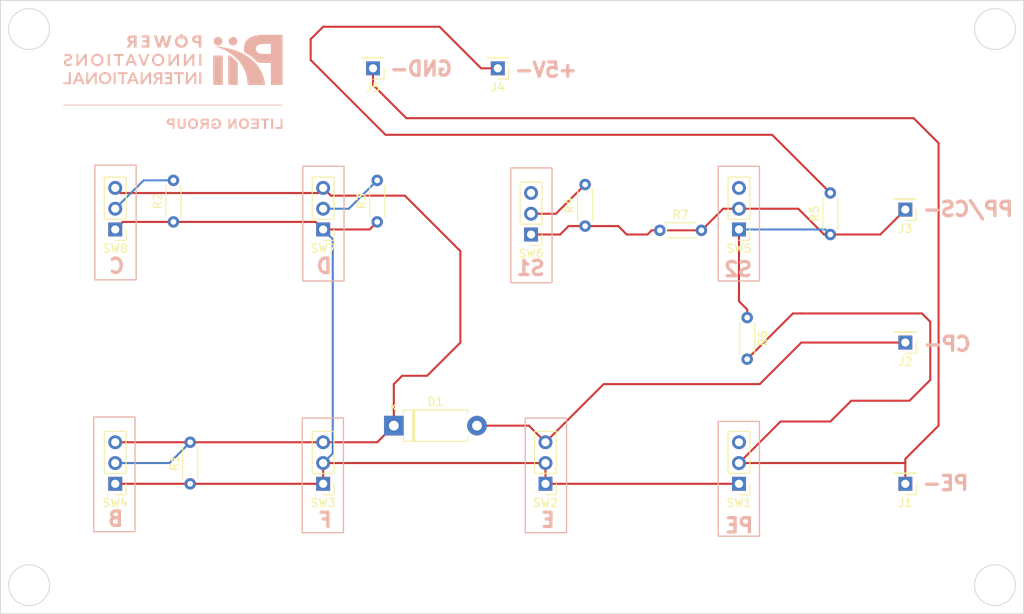
<source format=kicad_pcb>
(kicad_pcb (version 20221018) (generator pcbnew)
  (layers (0 "F.Cu" signal) (31 "B.Cu" signal) (34 "B.Paste" user) (35 "F.Paste" user) (36 "B.SilkS" user "B.Silkscreen") (37 "F.SilkS" user "F.Silkscreen") (38 "B.Mask" user) (39 "F.Mask" user) (44 "Edge.Cuts" user))
  (net 0 "")
  (net 1 "Earth_Protective")
  (net 2 "Net-(D1-A)")
  (net 3 "Net-(J3-Pin_1)")
  (net 4 "Net-(SW1-A)")
  (net 5 "Net-(SW4-B)")
  (net 6 "Net-(SW8-B)")
  (net 7 "Net-(SW7-B)")
  (net 8 "Net-(SW6-A)")
  (net 9 "Net-(SW6-B)")
  (net 10 "Net-(SW5-A)")
  (net 11 "+5V")
  (net 13 "Net-(D1-K)")
  (footprint "Connector_PinHeader_2.54mm:PinHeader_1x01_P2.54mm_Vertical" (layer "F.Cu") (at 163.576 103.632 180)
    (fp_text reference "J1")
    (fp_text value "Conn_01x01")
  )
  (footprint "Connector_PinHeader_2.54mm:PinHeader_1x01_P2.54mm_Vertical" (layer "F.Cu") (at 98.552 52.832 180)
    (fp_text reference "J5")
    (fp_text value "Conn_01x01")
  )
  (footprint "Resistor_THT:R_Axial_DIN0204_L3.6mm_D1.6mm_P5.08mm_Horizontal" (layer "F.Cu") (at 144.256 83.312 -90)
    (fp_text reference "R6")
    (fp_text value "2.7K")
  )
  (footprint "Resistor_THT:R_Axial_DIN0204_L3.6mm_D1.6mm_P5.08mm_Horizontal" (layer "F.Cu") (at 124.46 72.12 90)
    (fp_text reference "R4")
    (fp_text value "330")
  )
  (footprint "Connector_PinHeader_2.54mm:PinHeader_1x03_P2.54mm_Vertical" (layer "F.Cu") (at 67.056 103.632 180)
    (fp_text reference "SW4")
    (fp_text value "SW_SPDT")
  )
  (footprint "Connector_PinHeader_2.54mm:PinHeader_1x03_P2.54mm_Vertical" (layer "F.Cu") (at 143.256 103.632 180)
    (fp_text reference "SW1")
    (fp_text value "SW_SPDT")
  )
  (footprint "Resistor_THT:R_Axial_DIN0204_L3.6mm_D1.6mm_P5.08mm_Horizontal" (layer "F.Cu") (at 154.416 73.152 90)
    (fp_text reference "R5")
    (fp_text value "330")
  )
  (footprint "Connector_PinHeader_2.54mm:PinHeader_1x03_P2.54mm_Vertical" (layer "F.Cu") (at 67.056 72.537 180)
    (fp_text reference "SW8")
    (fp_text value "SW_SPDT")
  )
  (footprint "Resistor_THT:R_Axial_DIN0204_L3.6mm_D1.6mm_P5.08mm_Horizontal" (layer "F.Cu") (at 133.588 72.644)
    (fp_text reference "R7")
    (fp_text value "150")
  )
  (footprint "Resistor_THT:R_Axial_DIN0204_L3.6mm_D1.6mm_P5.08mm_Horizontal" (layer "F.Cu") (at 76.216 103.632 90)
    (fp_text reference "R1")
    (fp_text value "2.74K")
  )
  (footprint "Connector_PinHeader_2.54mm:PinHeader_1x03_P2.54mm_Vertical" (layer "F.Cu") (at 119.616 103.632 180)
    (fp_text reference "SW2")
    (fp_text value "SW_SPDT")
  )
  (footprint "Connector_PinHeader_2.54mm:PinHeader_1x01_P2.54mm_Vertical" (layer "F.Cu") (at 113.792 52.832 180)
    (fp_text reference "J4")
    (fp_text value "Conn_01x01")
  )
  (footprint "Resistor_THT:R_Axial_DIN0204_L3.6mm_D1.6mm_P5.08mm_Horizontal" (layer "F.Cu") (at 99.06 71.612 90)
    (fp_text reference "R3")
    (fp_text value "270")
  )
  (footprint "Connector_PinHeader_2.54mm:PinHeader_1x03_P2.54mm_Vertical" (layer "F.Cu") (at 92.456 103.632 180)
    (fp_text reference "SW3")
    (fp_text value "SW_SPDT")
  )
  (footprint "Connector_PinHeader_2.54mm:PinHeader_1x03_P2.54mm_Vertical" (layer "F.Cu") (at 117.856 73.152 180)
    (fp_text reference "SW6")
    (fp_text value "SW_SPDT")
  )
  (footprint "Connector_PinHeader_2.54mm:PinHeader_1x03_P2.54mm_Vertical" (layer "F.Cu") (at 92.456 72.537 180)
    (fp_text reference "SW7")
    (fp_text value "SW_SPDT")
  )
  (footprint "Connector_PinHeader_2.54mm:PinHeader_1x01_P2.54mm_Vertical" (layer "F.Cu") (at 163.576 86.36 180)
    (fp_text reference "J2")
    (fp_text value "Conn_01x01")
  )
  (footprint "Connector_PinHeader_2.54mm:PinHeader_1x01_P2.54mm_Vertical" (layer "F.Cu") (at 163.576 70.104 180)
    (fp_text reference "J3")
    (fp_text value "Conn_01x01")
  )
  (footprint "Connector_PinHeader_2.54mm:PinHeader_1x03_P2.54mm_Vertical" (layer "F.Cu") (at 143.256 72.537 180)
    (fp_text reference "SW5")
    (fp_text value "SW_SPDT")
  )
  (footprint "Diode_THT:D_DO-15_P10.16mm_Horizontal" (layer "F.Cu") (at 101.092 96.52)
    (fp_text reference "D1")
    (fp_text value "D")
  )
  (footprint "Resistor_THT:R_Axial_DIN0204_L3.6mm_D1.6mm_P5.08mm_Horizontal" (layer "F.Cu") (at 74.168 71.612 90)
    (fp_text reference "R2")
    (fp_text value "1.3K")
  )
  (gr_poly (pts (xy 67.116529 54.768721) (xy 66.861154 54.768721) (xy 66.861154 53.312771) (xy 67.116529 53.312771)) (fill solid) (layer "B.SilkS"))
  (gr_poly (pts (xy 74.920624 49.131391) (xy 74.907279 49.139059) (xy 74.894235 49.147175) (xy 74.881501 49.15573) (xy 74.869086 49.164713) (xy 74.856996 49.174116) (xy 74.84524 49.183929) (xy 74.833825 49.194144) (xy 74.822761 49.20475) (xy 74.812054 49.215738) (xy 74.801714 49.227099) (xy 74.791747 49.238824) (xy 74.782161 49.250903) (xy 74.772966 49.263328) (xy 74.764168 49.276087) (xy 74.755776 49.289173) (xy 74.747798 49.302576) (xy 74.740241 49.316287) (xy 74.733114 49.330295) (xy 74.726425 49.344593) (xy 74.720181 49.35917) (xy 74.714391 49.374017) (xy 74.709063 49.389126) (xy 74.704204 49.404485) (xy 74.699823 49.420087) (xy 74.695927 49.435922) (xy 74.692525 49.451981) (xy 74.689624 49.468253) (xy 74.687233 49.48473) (xy 74.685359 49.501403) (xy 74.684011 49.518262) (xy 74.683196 49.535298) (xy 74.682923 49.552501) (xy 74.683492 49.577295) (xy 74.685182 49.601732) (xy 74.687971 49.625783) (xy 74.691834 49.64942) (xy 74.696747 49.672615) (xy 74.702686 49.69534) (xy 74.709626 49.717567) (xy 74.717545 49.739267) (xy 74.726417 49.760413) (xy 74.73622 49.780975) (xy 74.746928 49.800927) (xy 74.758518 49.820239) (xy 74.770966 49.838884) (xy 74.784247 49.856834) (xy 74.798339 49.874059) (xy 74.813216 49.890533) (xy 74.828856 49.906226) (xy 74.845233 49.921112) (xy 74.862323 49.93516) (xy 74.880104 49.948345) (xy 74.89855 49.960636) (xy 74.917639 49.972006) (xy 74.937344 49.982428) (xy 74.957644 49.991872) (xy 74.978513 50.00031) (xy 74.999929 50.007715) (xy 75.021865 50.014057) (xy 75.0443 50.01931) (xy 75.067208 50.023445) (xy 75.090566 50.026433) (xy 75.11435 50.028246) (xy 75.138535 50.028857) (xy 75.16272 50.028246) (xy 75.186503 50.026433) (xy 75.209861 50.023445) (xy 75.232769 50.01931) (xy 75.255204 50.014057) (xy 75.277141 50.007715) (xy 75.298556 50.00031) (xy 75.319425 49.991872) (xy 75.339725 49.982428) (xy 75.359431 49.972006) (xy 75.378519 49.960636) (xy 75.396965 49.948345) (xy 75.414746 49.935161) (xy 75.431837 49.921112) (xy 75.448214 49.906226) (xy 75.463853 49.890533) (xy 75.478731 49.874059) (xy 75.492822 49.856834) (xy 75.506104 49.838884) (xy 75.518552 49.820239) (xy 75.530142 49.800927) (xy 75.540851 49.780976) (xy 75.550653 49.760413) (xy 75.559525 49.739267) (xy 75.567444 49.717567) (xy 75.574385 49.695341) (xy 75.580323 49.672616) (xy 75.585236 49.649421) (xy 75.589099 49.625783) (xy 75.591888 49.601732) (xy 75.593579 49.577296) (xy 75.594148 49.552502) (xy 75.593149 49.519685) (xy 75.59019 49.487517) (xy 75.585326 49.456062) (xy 75.578614 49.425386) (xy 75.570109 49.395555) (xy 75.559869 49.366634) (xy 75.547949 49.338689) (xy 75.534405 49.311784) (xy 75.519293 49.285986) (xy 75.50267 49.261359) (xy 75.484591 49.237969) (xy 75.465114 49.215882) (xy 75.444293 49.195163) (xy 75.422185 49.175878) (xy 75.398846 49.158091) (xy 75.374332 49.141868) (xy 75.374332 48.809763) (xy 75.404535 48.81924) (xy 75.434128 48.829836) (xy 75.463089 48.841528) (xy 75.491394 48.854292) (xy 75.519021 48.868105) (xy 75.545947 48.882944) (xy 75.572149 48.898786) (xy 75.597603 48.915607) (xy 75.622288 48.933383) (xy 75.646181 48.952092) (xy 75.669257 48.971711) (xy 75.691495 48.992215) (xy 75.712871 49.013583) (xy 75.733363 49.03579) (xy 75.752948 49.058812) (xy 75.771603 49.082628) (xy 75.789304 49.107214) (xy 75.80603 49.132545) (xy 75.821756 49.1586) (xy 75.836461 49.185354) (xy 75.85012 49.212785) (xy 75.862713 49.240868) (xy 75.874214 49.269582) (xy 75.884603 49.298902) (xy 75.893855 49.328805) (xy 75.901947 49.359269) (xy 75.908858 49.390268) (xy 75.914563 49.421782) (xy 75.91904 49.453785) (xy 75.922267 49.486255) (xy 75.924219 49.519168) (xy 75.924875 49.552502) (xy 75.923889 49.593342) (xy 75.920958 49.633543) (xy 75.916125 49.673061) (xy 75.909432 49.711854) (xy 75.900921 49.749877) (xy 75.890634 49.787089) (xy 75.878615 49.823446) (xy 75.864905 49.858904) (xy 75.849546 49.893421) (xy 75.83258 49.926954) (xy 75.814051 49.95946) (xy 75.794 49.990895) (xy 75.77247 50.021217) (xy 75.749502 50.050382) (xy 75.72514 50.078348) (xy 75.699425 50.105071) (xy 75.672399 50.130508) (xy 75.644106 50.154616) (xy 75.614587 50.177352) (xy 75.583884 50.198673) (xy 75.552041 50.218536) (xy 75.519098 50.236898) (xy 75.485099 50.253715) (xy 75.450085 50.268945) (xy 75.414099 50.282545) (xy 75.377184 50.294471) (xy 75.339381 50.30468) (xy 75.300733 50.31313) (xy 75.261282 50.319777) (xy 75.221071 50.324579) (xy 75.180141 50.327491) (xy 75.138535 50.328471) (xy 75.096929 50.327491) (xy 75.055999 50.324579) (xy 75.015788 50.319777) (xy 74.976337 50.31313) (xy 74.937689 50.30468) (xy 74.899886 50.294471) (xy 74.86297 50.282545) (xy 74.826985 50.268945) (xy 74.791971 50.253715) (xy 74.757972 50.236898) (xy 74.725029 50.218536) (xy 74.693185 50.198673) (xy 74.662483 50.177352) (xy 74.632964 50.154616) (xy 74.60467 50.130507) (xy 74.577645 50.10507) (xy 74.55193 50.078348) (xy 74.527567 50.050382) (xy 74.504599 50.021217) (xy 74.483069 49.990895) (xy 74.463018 49.95946) (xy 74.444488 49.926954) (xy 74.427523 49.893421) (xy 74.412164 49.858904) (xy 74.398454 49.823445) (xy 74.386434 49.787089) (xy 74.376148 49.749877) (xy 74.367637 49.711853) (xy 74.360943 49.673061) (xy 74.35611 49.633543) (xy 74.353179 49.593342) (xy 74.352193 49.552501) (xy 74.352873 49.51857) (xy 74.354897 49.485076) (xy 74.35824 49.452044) (xy 74.362879 49.419497) (xy 74.368789 49.387461) (xy 74.375947 49.355959) (xy 74.393906 49.294658) (xy 74.416564 49.235791) (xy 74.443728 49.179553) (xy 74.475203 49.12614) (xy 74.510798 49.075749) (xy 74.550317 49.028574) (xy 74.593569 48.984813) (xy 74.640359 48.944661) (xy 74.690494 48.908314) (xy 74.743782 48.875968) (xy 74.800029 48.847819) (xy 74.85904 48.824062) (xy 74.920624 48.804895)) (fill solid) (layer "B.SilkS"))
  (gr_rect (start 89.97 64.81) (end 95.01 78.84) (stroke (width 0.15)) (fill none) (layer "B.SilkS"))
  (gr_poly (pts (xy 77.582923 50.305569) (xy 77.252088 50.305569) (xy 77.252088 49.766772) (xy 77.148054 49.766772) (xy 77.107538 49.766475) (xy 77.068622 49.765564) (xy 77.031252 49.764014) (xy 76.995372 49.761796) (xy 76.96093 49.758883) (xy 76.92787 49.755247) (xy 76.896138 49.750861) (xy 76.865679 49.745698) (xy 76.83644 49.73973) (xy 76.808365 49.732929) (xy 76.781401 49.725269) (xy 76.755492 49.716721) (xy 76.730585 49.707259) (xy 76.706625 49.696854) (xy 76.683557 49.68548) (xy 76.661328 49.673109) (xy 76.637968 49.658398) (xy 76.615565 49.642329) (xy 76.594195 49.624912) (xy 76.573933 49.606155) (xy 76.554855 49.586068) (xy 76.537038 49.56466) (xy 76.520557 49.541941) (xy 76.505489 49.517918) (xy 76.491909 49.492602) (xy 76.479893 49.466002) (xy 76.469517 49.438126) (xy 76.460857 49.408984) (xy 76.45399 49.378585) (xy 76.44899 49.346939) (xy 76.445935 49.314053) (xy 76.445404 49.296555) (xy 76.775735 49.296555) (xy 76.775832 49.303524) (xy 76.776122 49.310384) (xy 76.776606 49.317131) (xy 76.77728 49.323767) (xy 76.778145 49.33029) (xy 76.779199 49.336699) (xy 76.780441 49.342994) (xy 76.781869 49.349174) (xy 76.783484 49.355237) (xy 76.785283 49.361184) (xy 76.787265 49.367014) (xy 76.78943 49.372725) (xy 76.791776 49.378317) (xy 76.794303 49.383789) (xy 76.797008 49.389141) (xy 76.799891 49.394371) (xy 76.80295 49.399479) (xy 76.806186 49.404464) (xy 76.809596 49.409326) (xy 76.813179 49.414063) (xy 76.816934 49.418674) (xy 76.820861 49.42316) (xy 76.824957 49.427519) (xy 76.829223 49.43175) (xy 76.833656 49.435853) (xy 76.838256 49.439827) (xy 76.843021 49.44367) (xy 76.84795 49.447384) (xy 76.853043 49.450965) (xy 76.858298 49.454415) (xy 76.863714 49.457731) (xy 76.86929 49.460914) (xy 76.880056 49.466479) (xy 76.891315 49.471487) (xy 76.903123 49.475964) (xy 76.915534 49.479939) (xy 76.928603 49.483437) (xy 76.942385 49.486488) (xy 76.956935 49.489117) (xy 76.972306 49.491354) (xy 76.988554 49.493224) (xy 77.005734 49.494757) (xy 77.043107 49.496915) (xy 77.084863 49.498049) (xy 77.13144 49.498379) (xy 77.252088 49.498379) (xy 77.252088 49.088592) (xy 77.139801 49.088592) (xy 77.097733 49.088822) (xy 77.058809 49.089659) (xy 77.02286 49.091321) (xy 77.005947 49.092531) (xy 76.989715 49.094029) (xy 76.974141 49.095844) (xy 76.959204 49.098002) (xy 76.944884 49.100532) (xy 76.931158 49.10346) (xy 76.918006 49.106814) (xy 76.905407 49.110622) (xy 76.893338 49.11491) (xy 76.88178 49.119707) (xy 76.869287 49.125901) (xy 76.857533 49.132771) (xy 76.846526 49.140311) (xy 76.836277 49.148515) (xy 76.826795 49.157377) (xy 76.818088 49.166891) (xy 76.810166 49.177051) (xy 76.803039 49.18785) (xy 76.796715 49.199284) (xy 76.791205 49.211345) (xy 76.786516 49.224027) (xy 76.78266 49.237326) (xy 76.779644 49.251234) (xy 76.777478 49.265745) (xy 76.776172 49.280854) (xy 76.775735 49.296555) (xy 76.445404 49.296555) (xy 76.4449 49.279938) (xy 76.445226 49.261048) (xy 76.446194 49.242593) (xy 76.447786 49.224571) (xy 76.449985 49.206979) (xy 76.452774 49.189816) (xy 76.456136 49.173077) (xy 76.460053 49.156761) (xy 76.464508 49.140865) (xy 76.469485 49.125386) (xy 76.474966 49.110322) (xy 76.480934 49.095669) (xy 76.487371 49.081426) (xy 76.494261 49.067589) (xy 76.501587 49.054156) (xy 76.50933 49.041125) (xy 76.517475 49.028492) (xy 76.526003 49.016255) (xy 76.534898 49.004411) (xy 76.544143 48.992958) (xy 76.553719 48.981893) (xy 76.573802 48.960916) (xy 76.595007 48.941459) (xy 76.617199 48.9235) (xy 76.640239 48.90702) (xy 76.66399 48.891996) (xy 76.688315 48.878406) (xy 76.710924 48.867246) (xy 76.73426 48.857112) (xy 76.758318 48.847963) (xy 76.783097 48.839756) (xy 76.808594 48.832449) (xy 76.834805 48.825999) (xy 76.861728 48.820364) (xy 76.889359 48.815502) (xy 76.917696 48.811371) (xy 76.946736 48.807928) (xy 76.976475 48.80513) (xy 77.006912 48.802936) (xy 77.069863 48.80019) (xy 77.135567 48.79935) (xy 77.582923 48.79935)) (fill solid) (layer "B.SilkS"))
  (gr_poly (pts (xy 73.814993 51.692971) (xy 73.814491 51.919943) (xy 73.813297 52.028623) (xy 73.810972 52.133343) (xy 73.814993 52.135354) (xy 73.94243 51.960914) (xy 74.074391 51.783458) (xy 74.60123 51.081572) (xy 74.842529 51.081572) (xy 74.842529 52.53752) (xy 74.595197 52.53752) (xy 74.595197 51.926227) (xy 74.595699 51.699241) (xy 74.596893 51.590531) (xy 74.599218 51.485749) (xy 74.595197 51.483844) (xy 74.46776 51.658244) (xy 74.335799 51.83574) (xy 73.808856 52.53752) (xy 73.567555 52.53752) (xy 73.567555 51.081572) (xy 73.814993 51.081572)) (fill solid) (layer "B.SilkS"))
  (gr_poly (pts (xy 65.867313 53.291673) (xy 65.906485 53.294487) (xy 65.944954 53.299127) (xy 65.982681 53.305551) (xy 66.019627 53.313717) (xy 66.055752 53.323584) (xy 66.091016 53.33511) (xy 66.12538 53.348254) (xy 66.158805 53.362973) (xy 66.191251 53.379227) (xy 66.222679 53.396973) (xy 66.25305 53.416171) (xy 66.282323 53.436777) (xy 66.31046 53.458752) (xy 66.337421 53.482053) (xy 66.363166 53.506638) (xy 66.387657 53.532467) (xy 66.410853 53.559497) (xy 66.432716 53.587687) (xy 66.453206 53.616995) (xy 66.472283 53.647379) (xy 66.489908 53.678799) (xy 66.506041 53.711212) (xy 66.520644 53.744576) (xy 66.533677 53.778851) (xy 66.5451 53.813995) (xy 66.554873 53.849965) (xy 66.562958 53.886721) (xy 66.569315 53.92422) (xy 66.573905 53.962422) (xy 66.576688 54.001284) (xy 66.577624 54.040765) (xy 66.576688 54.080247) (xy 66.573905 54.119109) (xy 66.569315 54.157311) (xy 66.562958 54.19481) (xy 66.554873 54.231566) (xy 66.5451 54.267536) (xy 66.533677 54.30268) (xy 66.520644 54.336955) (xy 66.506041 54.37032) (xy 66.489908 54.402733) (xy 66.472283 54.434152) (xy 66.453206 54.464537) (xy 66.432716 54.493845) (xy 66.410853 54.522034) (xy 66.387657 54.549064) (xy 66.363166 54.574893) (xy 66.337421 54.599478) (xy 66.31046 54.622779) (xy 66.282323 54.644754) (xy 66.25305 54.66536) (xy 66.222679 54.684558) (xy 66.191251 54.702304) (xy 66.158805 54.718558) (xy 66.12538 54.733277) (xy 66.091016 54.74642) (xy 66.055752 54.757946) (xy 66.019627 54.767813) (xy 65.982681 54.775979) (xy 65.944954 54.782403) (xy 65.906485 54.787043) (xy 65.867313 54.789858) (xy 65.827477 54.790805) (xy 65.787642 54.789858) (xy 65.748471 54.787043) (xy 65.710003 54.782403) (xy 65.672278 54.775979) (xy 65.635335 54.767813) (xy 65.599213 54.757946) (xy 65.563952 54.74642) (xy 65.529591 54.733277) (xy 65.49617 54.718558) (xy 65.463728 54.702304) (xy 65.432305 54.684558) (xy 65.401939 54.66536) (xy 65.37267 54.644754) (xy 65.344538 54.622779) (xy 65.317582 54.599478) (xy 65.291842 54.574893) (xy 65.267356 54.549064) (xy 65.244165 54.522034) (xy 65.222307 54.493845) (xy 65.201822 54.464537) (xy 65.182749 54.434152) (xy 65.165128 54.402733) (xy 65.148999 54.37032) (xy 65.1344 54.336955) (xy 65.121371 54.30268) (xy 65.109951 54.267536) (xy 65.10018 54.231566) (xy 65.092098 54.19481) (xy 65.085743 54.157311) (xy 65.081155 54.119109) (xy 65.078373 54.080247) (xy 65.077437 54.040765) (xy 65.332812 54.040765) (xy 65.333427 54.067724) (xy 65.335253 54.094287) (xy 65.338265 54.120424) (xy 65.342438 54.146106) (xy 65.347747 54.171302) (xy 65.354166 54.195981) (xy 65.36167 54.220114) (xy 65.370233 54.243671) (xy 65.37983 54.26662) (xy 65.390435 54.288933) (xy 65.402023 54.310579) (xy 65.414569 54.331527) (xy 65.428048 54.351748) (xy 65.442433 54.37121) (xy 65.457699 54.389885) (xy 65.473822 54.407742) (xy 65.490775 54.424751) (xy 65.508534 54.440881) (xy 65.527072 54.456102) (xy 65.546365 54.470385) (xy 65.566387 54.483698) (xy 65.587113 54.496012) (xy 65.608516 54.507296) (xy 65.630573 54.517521) (xy 65.653257 54.526656) (xy 65.676543 54.534671) (xy 65.700405 54.541536) (xy 65.724819 54.54722) (xy 65.749758 54.551694) (xy 65.775198 54.554927) (xy 65.801113 54.556889) (xy 65.827477 54.55755) (xy 65.853842 54.556889) (xy 65.879758 54.554927) (xy 65.905199 54.551694) (xy 65.93014 54.54722) (xy 65.954557 54.541536) (xy 65.978422 54.534671) (xy 66.001711 54.526656) (xy 66.024398 54.517521) (xy 66.046459 54.507296) (xy 66.067867 54.496012) (xy 66.088596 54.483698) (xy 66.108623 54.470385) (xy 66.12792 54.456102) (xy 66.146464 54.440881) (xy 66.164227 54.424751) (xy 66.181185 54.407742) (xy 66.197313 54.389885) (xy 66.212585 54.37121) (xy 66.226975 54.351748) (xy 66.240458 54.331527) (xy 66.253008 54.310579) (xy 66.264601 54.288933) (xy 66.27521 54.26662) (xy 66.284811 54.243671) (xy 66.293378 54.220114) (xy 66.300884 54.195981) (xy 66.307306 54.171302) (xy 66.312617 54.146106) (xy 66.316793 54.120424) (xy 66.319806 54.094287) (xy 66.321633 54.067724) (xy 66.322248 54.040765) (xy 66.321633 54.013807) (xy 66.319806 53.987244) (xy 66.316793 53.961106) (xy 66.312617 53.935425) (xy 66.307306 53.910229) (xy 66.300884 53.885549) (xy 66.293378 53.861416) (xy 66.284811 53.83786) (xy 66.27521 53.81491) (xy 66.264601 53.792598) (xy 66.253008 53.770952) (xy 66.240458 53.750004) (xy 66.226975 53.729783) (xy 66.212585 53.710321) (xy 66.197313 53.691646) (xy 66.181185 53.673789) (xy 66.164227 53.65678) (xy 66.146464 53.64065) (xy 66.12792 53.625429) (xy 66.108623 53.611147) (xy 66.088596 53.597834) (xy 66.067867 53.58552) (xy 66.046459 53.574235) (xy 66.024398 53.56401) (xy 66.001711 53.554875) (xy 65.978422 53.54686) (xy 65.954557 53.539996) (xy 65.93014 53.534311) (xy 65.905199 53.529838) (xy 65.879758 53.526605) (xy 65.853842 53.524643) (xy 65.827477 53.523982) (xy 65.801113 53.524643) (xy 65.775198 53.526605) (xy 65.749758 53.529838) (xy 65.724819 53.534311) (xy 65.700405 53.539996) (xy 65.676543 53.54686) (xy 65.653257 53.554875) (xy 65.630573 53.56401) (xy 65.608516 53.574235) (xy 65.587113 53.58552) (xy 65.566387 53.597834) (xy 65.546365 53.611147) (xy 65.527072 53.625429) (xy 65.508534 53.64065) (xy 65.490775 53.65678) (xy 65.473822 53.673789) (xy 65.457699 53.691646) (xy 65.442433 53.710321) (xy 65.428048 53.729783) (xy 65.414569 53.750004) (xy 65.402023 53.770952) (xy 65.390435 53.792598) (xy 65.37983 53.81491) (xy 65.370233 53.83786) (xy 65.36167 53.861416) (xy 65.354166 53.885549) (xy 65.347747 53.910229) (xy 65.342438 53.935425) (xy 65.338265 53.961106) (xy 65.335253 53.987244) (xy 65.333427 54.013807) (xy 65.332812 54.040765) (xy 65.077437 54.040765) (xy 65.078373 54.001284) (xy 65.081155 53.962422) (xy 65.085743 53.92422) (xy 65.092098 53.886721) (xy 65.10018 53.849965) (xy 65.109951 53.813995) (xy 65.121371 53.778851) (xy 65.1344 53.744576) (xy 65.148999 53.711212) (xy 65.165128 53.678799) (xy 65.182749 53.647379) (xy 65.201822 53.616995) (xy 65.222307 53.587687) (xy 65.244165 53.559497) (xy 65.267356 53.532467) (xy 65.291842 53.506638) (xy 65.317582 53.482053) (xy 65.344538 53.458752) (xy 65.37267 53.436777) (xy 65.401939 53.416171) (xy 65.432305 53.396973) (xy 65.463728 53.379227) (xy 65.49617 53.362973) (xy 65.529591 53.348254) (xy 65.563952 53.33511) (xy 65.599213 53.323584) (xy 65.635335 53.313717) (xy 65.672278 53.305551) (xy 65.710003 53.299127) (xy 65.748471 53.294487) (xy 65.787642 53.291673) (xy 65.827477 53.290725)) (fill solid) (layer "B.SilkS"))
  (gr_rect (start 64.57 64.67) (end 69.61 78.7) (stroke (width 0.15)) (fill none) (layer "B.SilkS"))
  (gr_poly (pts (xy 68.097771 51.308838) (xy 67.621204 51.308838) (xy 67.621204 52.537563) (xy 67.365829 52.537563) (xy 67.365829 51.308838) (xy 66.885239 51.308838) (xy 66.885239 51.081614) (xy 68.097771 51.081614)) (fill solid) (layer "B.SilkS"))
  (gr_poly (pts (xy 87.508885 54.86324) (xy 86.072832 54.86324) (xy 86.072832 52.173274) (xy 85.107949 52.173274) (xy 85.021408 52.172597) (xy 84.936 52.170582) (xy 84.851708 52.167246) (xy 84.768515 52.162611) (xy 84.686403 52.156696) (xy 84.605356 52.149521) (xy 84.525355 52.141105) (xy 84.446384 52.13147) (xy 84.359106 52.030072) (xy 84.268206 51.93173) (xy 84.174045 51.836436) (xy 84.076983 51.744181) (xy 83.97738 51.654955) (xy 83.875595 51.568749) (xy 83.771989 51.485554) (xy 83.666922 51.405361) (xy 83.560754 51.32816) (xy 83.453844 51.253943) (xy 83.346553 51.182701) (xy 83.23924 51.114423) (xy 83.132266 51.049102) (xy 83.02599 50.986728) (xy 82.816974 50.870783) (xy 82.808018 50.821742) (xy 82.800207 50.771684) (xy 82.793557 50.720593) (xy 82.788083 50.668456) (xy 82.783799 50.615258) (xy 82.780721 50.560983) (xy 82.778863 50.505616) (xy 82.778248 50.449778) (xy 84.245936 50.449778) (xy 84.246263 50.472277) (xy 84.247241 50.494292) (xy 84.248871 50.515823) (xy 84.251154 50.536869) (xy 84.254088 50.55743) (xy 84.257673 50.577506) (xy 84.261911 50.597096) (xy 84.266799 50.616201) (xy 84.272339 50.634819) (xy 84.278529 50.652951) (xy 84.28537 50.670596) (xy 84.292862 50.687754) (xy 84.301005 50.704425) (xy 84.309798 50.720607) (xy 84.319241 50.736302) (xy 84.329334 50.751508) (xy 84.339971 50.766293) (xy 84.351009 50.780684) (xy 84.362449 50.794679) (xy 84.374292 50.80828) (xy 84.38654 50.821486) (xy 84.399193 50.834296) (xy 84.412253 50.846711) (xy 84.425721 50.858731) (xy 84.439598 50.870355) (xy 84.453886 50.881584) (xy 84.468585 50.892416) (xy 84.483698 50.902852) (xy 84.499225 50.912892) (xy 84.515167 50.922536) (xy 84.531526 50.931783) (xy 84.548303 50.940633) (xy 84.565408 50.949126) (xy 84.582791 50.957303) (xy 84.600449 50.965163) (xy 84.618383 50.972707) (xy 84.636592 50.979937) (xy 84.655074 50.986852) (xy 84.692858 50.999741) (xy 84.731728 51.01138) (xy 84.771678 51.021774) (xy 84.812703 51.030928) (xy 84.854796 51.038846) (xy 84.897778 51.045623) (xy 84.941158 51.051503) (xy 84.984937 51.056486) (xy 85.029117 51.060569) (xy 85.073698 51.063748) (xy 85.118682 51.066023) (xy 85.164071 51.067389) (xy 85.209865 51.067845) (xy 86.072832 51.067845) (xy 86.072832 49.846211) (xy 85.420157 49.846211) (xy 85.37163 49.846503) (xy 85.322567 49.847375) (xy 85.272972 49.848823) (xy 85.222844 49.850841) (xy 85.172186 49.853425) (xy 85.120998 49.856569) (xy 85.017039 49.86452) (xy 84.965112 49.869818) (xy 84.91442 49.876585) (xy 84.864958 49.88482) (xy 84.816722 49.894524) (xy 84.769706 49.905696) (xy 84.723906 49.918336) (xy 84.679316 49.932445) (xy 84.635933 49.948022) (xy 84.614857 49.956431) (xy 84.594256 49.965266) (xy 84.574129 49.974526) (xy 84.554477 49.984212) (xy 84.5353 49.994323) (xy 84.516598 50.004858) (xy 84.498372 50.015816) (xy 84.480622 50.027199) (xy 84.463348 50.039004) (xy 84.446551 50.051231) (xy 84.43023 50.063881) (xy 84.414387 50.076952) (xy 84.399021 50.090444) (xy 84.384133 50.104357) (xy 84.369724 50.11869) (xy 84.355793 50.133442) (xy 84.342507 50.148726) (xy 84.330075 50.164611) (xy 84.318498 50.181097) (xy 84.307775 50.198184) (xy 84.297907 50.215871) (xy 84.288895 50.234156) (xy 84.280739 50.25304) (xy 84.27344 50.272521) (xy 84.266998 50.292598) (xy 84.261413 50.313271) (xy 84.256686 50.334539) (xy 84.252817 50.356402) (xy 84.249808 50.378858) (xy 84.247657 50.401906) (xy 84.246367 50.425547) (xy 84.245936 50.449778) (xy 82.778248 50.449778) (xy 82.778241 50.449144) (xy 82.778987 50.387243) (xy 82.781227 50.326678) (xy 82.784959 50.267447) (xy 82.790185 50.20955) (xy 82.796903 50.152988) (xy 82.805113 50.09776) (xy 82.814815 50.043867) (xy 82.82601 49.991308) (xy 82.838697 49.940084) (xy 82.852875 49.890195) (xy 82.868546 49.841639) (xy 82.885708 49.794419) (xy 82.904361 49.748533) (xy 82.924506 49.703981) (xy 82.946141 49.660764) (xy 82.969268 49.618881) (xy 82.993737 49.578191) (xy 83.019241 49.538554) (xy 83.04578 49.49997) (xy 83.073355 49.462439) (xy 83.101966 49.425963) (xy 83.131614 49.390541) (xy 83.162298 49.356175) (xy 83.194021 49.322865) (xy 83.226781 49.290612) (xy 83.26058 49.259416) (xy 83.295417 49.229277) (xy 83.331295 49.200198) (xy 83.368212 49.172177) (xy 83.406169 49.145216) (xy 83.445167 49.119316) (xy 83.485206 49.094477) (xy 83.526205 49.070616) (xy 83.568077 49.047651) (xy 83.610823 49.025582) (xy 83.654441 49.004409) (xy 83.698929 48.984133) (xy 83.744287 48.964754) (xy 83.790512 48.946273) (xy 83.837605 48.928689) (xy 83.885564 48.912002) (xy 83.934387 48.896215) (xy 83.984073 48.881325) (xy 84.034621 48.867335) (xy 84.08603 48.854244) (xy 84.138298 48.842052) (xy 84.191424 48.83076) (xy 84.245408 48.820368) (xy 84.355179 48.801725) (xy 84.466609 48.785564) (xy 84.579701 48.771886) (xy 84.694458 48.760692) (xy 84.810881 48.751983) (xy 84.928974 48.745761) (xy 85.048738 48.742027) (xy 85.170177 48.740782) (xy 87.508885 48.740782)) (fill solid) (layer "B.SilkS"))
  (gr_poly (pts (xy 81.47405 48.995238) (xy 81.500939 48.997283) (xy 81.527437 49.00065) (xy 81.553511 49.005307) (xy 81.579127 49.011219) (xy 81.604253 49.018354) (xy 81.628855 49.026679) (xy 81.6529 49.03616) (xy 81.676354 49.046763) (xy 81.699184 49.058457) (xy 81.721357 49.071206) (xy 81.74284 49.084979) (xy 81.7636 49.099741) (xy 81.783602 49.11546) (xy 81.802815 49.132102) (xy 81.821203 49.149635) (xy 81.838736 49.168023) (xy 81.855378 49.187236) (xy 81.871097 49.207238) (xy 81.885859 49.227997) (xy 81.899632 49.24948) (xy 81.912382 49.271653) (xy 81.924075 49.294484) (xy 81.934678 49.317938) (xy 81.944159 49.341982) (xy 81.952484 49.366584) (xy 81.959619 49.39171) (xy 81.965532 49.417326) (xy 81.970188 49.4434) (xy 81.973555 49.469898) (xy 81.9756 49.496787) (xy 81.976289 49.524033) (xy 81.9756 49.551279) (xy 81.973555 49.578168) (xy 81.970188 49.604666) (xy 81.965532 49.63074) (xy 81.959619 49.656356) (xy 81.952484 49.681482) (xy 81.944159 49.706084) (xy 81.934678 49.730128) (xy 81.924075 49.753582) (xy 81.912382 49.776412) (xy 81.899632 49.798586) (xy 81.885859 49.820069) (xy 81.871097 49.840828) (xy 81.855378 49.86083) (xy 81.838736 49.880042) (xy 81.821203 49.898431) (xy 81.802815 49.915963) (xy 81.783602 49.932606) (xy 81.7636 49.948324) (xy 81.74284 49.963087) (xy 81.721357 49.97686) (xy 81.699184 49.989609) (xy 81.676354 50.001302) (xy 81.6529 50.011906) (xy 81.628855 50.021387) (xy 81.604253 50.029711) (xy 81.579127 50.036847) (xy 81.553511 50.042759) (xy 81.527437 50.047416) (xy 81.500939 50.050783) (xy 81.47405 50.052828) (xy 81.446803 50.053517) (xy 81.419557 50.052828) (xy 81.392668 50.050783) (xy 81.36617 50.047416) (xy 81.340096 50.042759) (xy 81.31448 50.036847) (xy 81.289354 50.029711) (xy 81.264752 50.021387) (xy 81.240708 50.011906) (xy 81.217254 50.001302) (xy 81.194424 49.989609) (xy 81.17225 49.97686) (xy 81.150767 49.963087) (xy 81.130008 49.948324) (xy 81.110006 49.932606) (xy 81.090794 49.915963) (xy 81.072405 49.898431) (xy 81.054873 49.880042) (xy 81.03823 49.86083) (xy 81.022512 49.840828) (xy 81.007749 49.820069) (xy 80.993976 49.798586) (xy 80.981227 49.776412) (xy 80.969534 49.753582) (xy 80.95893 49.730128) (xy 80.949449 49.706084) (xy 80.941125 49.681482) (xy 80.933989 49.656356) (xy 80.928077 49.63074) (xy 80.92342 49.604666) (xy 80.920053 49.578168) (xy 80.918008 49.551279) (xy 80.917319 49.524033) (xy 80.918008 49.496787) (xy 80.920053 49.469898) (xy 80.92342 49.4434) (xy 80.928077 49.417326) (xy 80.933989 49.39171) (xy 80.941125 49.366584) (xy 80.949449 49.341982) (xy 80.95893 49.317938) (xy 80.969534 49.294484) (xy 80.981227 49.271653) (xy 80.993976 49.24948) (xy 81.007749 49.227997) (xy 81.022512 49.207238) (xy 81.03823 49.187236) (xy 81.054873 49.168023) (xy 81.072405 49.149635) (xy 81.090794 49.132102) (xy 81.110006 49.11546) (xy 81.130008 49.099741) (xy 81.150767 49.084979) (xy 81.17225 49.071206) (xy 81.194424 49.058457) (xy 81.217254 49.046763) (xy 81.240708 49.03616) (xy 81.264752 49.026679) (xy 81.289354 49.018354) (xy 81.31448 49.011219) (xy 81.340096 49.005307) (xy 81.36617 49.00065) (xy 81.392668 48.997283) (xy 81.419557 48.995238) (xy 81.446803 48.994549)) (fill solid) (layer "B.SilkS"))
  (gr_poly (pts (xy 66.394532 52.537543) (xy 66.139158 52.537543) (xy 66.139158 51.081593) (xy 66.394532 51.081593)) (fill solid) (layer "B.SilkS"))
  (gr_poly (pts (xy 70.404452 53.92418) (xy 70.403949 54.151153) (xy 70.402755 54.259832) (xy 70.400429 54.364553) (xy 70.404452 54.366564) (xy 70.531887 54.192124) (xy 70.663848 54.014667) (xy 71.190687 53.312781) (xy 71.431987 53.312781) (xy 71.431987 54.76873) (xy 71.184655 54.76873) (xy 71.184655 54.157437) (xy 71.185157 53.930451) (xy 71.186351 53.82174) (xy 71.188675 53.716958) (xy 71.184655 53.715054) (xy 71.057218 53.889454) (xy 70.925256 54.066948) (xy 70.398313 54.76873) (xy 70.157012 54.76873) (xy 70.157012 53.312781) (xy 70.404452 53.312781)) (fill solid) (layer "B.SilkS"))
  (gr_poly (pts (xy 87.508494 57.370314) (xy 60.723881 57.370314) (xy 60.723881 57.283531) (xy 87.508494 57.283531)) (fill solid) (layer "B.SilkS"))
  (gr_poly (pts (xy 79.640013 48.995238) (xy 79.666902 48.997283) (xy 79.6934 49.00065) (xy 79.719474 49.005307) (xy 79.74509 49.011219) (xy 79.770216 49.018354) (xy 79.794818 49.026679) (xy 79.818863 49.03616) (xy 79.842317 49.046763) (xy 79.865147 49.058457) (xy 79.88732 49.071206) (xy 79.908803 49.084979) (xy 79.929563 49.099741) (xy 79.949565 49.11546) (xy 79.968778 49.132102) (xy 79.987166 49.149635) (xy 80.004699 49.168023) (xy 80.021341 49.187236) (xy 80.03706 49.207238) (xy 80.051822 49.227997) (xy 80.065595 49.24948) (xy 80.078345 49.271653) (xy 80.090038 49.294484) (xy 80.100641 49.317938) (xy 80.110122 49.341982) (xy 80.118447 49.366584) (xy 80.125582 49.39171) (xy 80.131495 49.417326) (xy 80.136151 49.4434) (xy 80.139518 49.469898) (xy 80.141563 49.496787) (xy 80.142252 49.524033) (xy 80.141563 49.551279) (xy 80.139518 49.578168) (xy 80.136151 49.604666) (xy 80.131495 49.63074) (xy 80.125582 49.656356) (xy 80.118447 49.681482) (xy 80.110122 49.706084) (xy 80.100641 49.730128) (xy 80.090038 49.753582) (xy 80.078345 49.776412) (xy 80.065595 49.798586) (xy 80.051822 49.820069) (xy 80.03706 49.840828) (xy 80.021341 49.86083) (xy 80.004699 49.880042) (xy 79.987166 49.898431) (xy 79.968778 49.915963) (xy 79.949565 49.932606) (xy 79.929563 49.948324) (xy 79.908803 49.963087) (xy 79.88732 49.97686) (xy 79.865147 49.989609) (xy 79.842317 50.001302) (xy 79.818863 50.011906) (xy 79.794818 50.021387) (xy 79.770216 50.029711) (xy 79.74509 50.036847) (xy 79.719474 50.042759) (xy 79.6934 50.047416) (xy 79.666902 50.050783) (xy 79.640013 50.052828) (xy 79.612766 50.053517) (xy 79.58552 50.052828) (xy 79.558631 50.050783) (xy 79.532133 50.047416) (xy 79.506059 50.042759) (xy 79.480443 50.036847) (xy 79.455317 50.029711) (xy 79.430715 50.021387) (xy 79.406671 50.011906) (xy 79.383217 50.001302) (xy 79.360387 49.989609) (xy 79.338213 49.97686) (xy 79.31673 49.963087) (xy 79.295971 49.948324) (xy 79.275969 49.932606) (xy 79.256757 49.915963) (xy 79.238368 49.898431) (xy 79.220836 49.880042) (xy 79.204193 49.86083) (xy 79.188475 49.840828) (xy 79.173712 49.820069) (xy 79.159939 49.798586) (xy 79.14719 49.776412) (xy 79.135497 49.753582) (xy 79.124893 49.730128) (xy 79.115412 49.706084) (xy 79.107088 49.681482) (xy 79.099952 49.656356) (xy 79.09404 49.63074) (xy 79.089383 49.604666) (xy 79.086016 49.578168) (xy 79.083971 49.551279) (xy 79.083282 49.524033) (xy 79.083971 49.496787) (xy 79.086016 49.469898) (xy 79.089383 49.4434) (xy 79.09404 49.417326) (xy 79.099952 49.39171) (xy 79.107088 49.366584) (xy 79.115412 49.341982) (xy 79.124893 49.317938) (xy 79.135497 49.294484) (xy 79.14719 49.271653) (xy 79.159939 49.24948) (xy 79.173712 49.227997) (xy 79.188475 49.207238) (xy 79.204193 49.187236) (xy 79.220836 49.168023) (xy 79.238368 49.149635) (xy 79.256757 49.132102) (xy 79.275969 49.11546) (xy 79.295971 49.099741) (xy 79.31673 49.084979) (xy 79.338213 49.071206) (xy 79.360387 49.058457) (xy 79.383217 49.046763) (xy 79.406671 49.03616) (xy 79.430715 49.026679) (xy 79.455317 49.018354) (xy 79.480443 49.011219) (xy 79.506059 49.005307) (xy 79.532133 49.00065) (xy 79.558631 48.997283) (xy 79.58552 48.995238) (xy 79.612766 48.994549)) (fill solid) (layer "B.SilkS"))
  (gr_poly (pts (xy 72.303101 49.440107) (xy 72.332627 49.538453) (xy 72.361587 49.638545) (xy 72.389377 49.73824) (xy 72.41539 49.835395) (xy 72.419623 49.835395) (xy 72.446846 49.737993) (xy 72.47524 49.639828) (xy 72.504426 49.541682) (xy 72.53403 49.44434) (xy 72.731621 48.799392) (xy 72.972921 48.799392) (xy 73.172629 49.44434) (xy 73.202232 49.540834) (xy 73.231418 49.639074) (xy 73.259812 49.73771) (xy 73.287034 49.835395) (xy 73.291267 49.835395) (xy 73.316919 49.738917) (xy 73.343761 49.640873) (xy 73.371397 49.542828) (xy 73.39943 49.446351) (xy 73.590775 48.799392) (xy 73.938227 48.799392) (xy 73.478487 50.305612) (xy 73.133152 50.305612) (xy 72.97091 49.781314) (xy 72.941983 49.687545) (xy 72.914435 49.59592) (xy 72.888057 49.505446) (xy 72.862642 49.41513) (xy 72.858516 49.41513) (xy 72.833477 49.50447) (xy 72.807834 49.592798) (xy 72.78102 49.682277) (xy 72.75247 49.775069) (xy 72.590122 50.305612) (xy 72.24066 50.305612) (xy 71.776793 48.799392) (xy 72.109637 48.799392)) (fill solid) (layer "B.SilkS"))
  (gr_poly (pts (xy 74.30459 60.226205) (xy 74.053552 60.226205) (xy 74.053552 59.757257) (xy 73.889934 59.757257) (xy 73.848574 59.75698) (xy 73.809741 59.756146) (xy 73.77343 59.754757) (xy 73.739638 59.752813) (xy 73.708361 59.750313) (xy 73.679595 59.747257) (xy 73.653337 59.743645) (xy 73.629583 59.739478) (xy 73.621336 59.737556) (xy 73.613104 59.7354) (xy 73.604886 59.733011) (xy 73.596684 59.730388) (xy 73.588498 59.727531) (xy 73.580327 59.724441) (xy 73.572172 59.721116) (xy 73.564033 59.717557) (xy 73.555911 59.713764) (xy 73.547804 59.709736) (xy 73.539714 59.705474) (xy 73.53164 59.700976) (xy 73.523583 59.696244) (xy 73.515544 59.691276) (xy 73.507521 59.686073) (xy 73.499515 59.680635) (xy 73.491588 59.674929) (xy 73.483838 59.668965) (xy 73.476267 59.662742) (xy 73.468873 59.65626) (xy 73.461657 59.649516) (xy 73.454618 59.642512) (xy 73.447755 59.635246) (xy 73.441069 59.627718) (xy 73.434559 59.619926) (xy 73.428224 59.611872) (xy 73.422065 59.603553) (xy 73.416082 59.594969) (xy 73.410273 59.58612) (xy 73.404639 59.577004) (xy 73.399179 59.567623) (xy 73.393893 59.557973) (xy 73.388858 59.548088) (xy 73.384149 59.537916) (xy 73.379768 59.52746) (xy 73.375713 59.516718) (xy 73.371984 59.505691) (xy 73.368581 59.494379) (xy 73.365504 59.482782) (xy 73.362752 59.470899) (xy 73.360325 59.458731) (xy 73.358222 59.446278) (xy 73.356444 59.433539) (xy 73.35499 59.420516) (xy 73.35386 59.407207) (xy 73.353053 59.393613) (xy 73.352569 59.379733) (xy 73.352446 59.368955) (xy 73.610957 59.368955) (xy 73.611068 59.375789) (xy 73.611403 59.382518) (xy 73.61196 59.389142) (xy 73.61274 59.395662) (xy 73.613741 59.402076) (xy 73.614964 59.408384) (xy 73.616409 59.414586) (xy 73.618074 59.420682) (xy 73.619961 59.426671) (xy 73.622068 59.432553) (xy 73.624395 59.438327) (xy 73.626941 59.443995) (xy 73.629707 59.449554) (xy 73.632693 59.455005) (xy 73.635897 59.460347) (xy 73.63932 59.465581) (xy 73.642975 59.470693) (xy 73.646796 59.475632) (xy 73.650784 59.480398) (xy 73.654939 59.48499) (xy 73.65926 59.489409) (xy 73.663749 59.493656) (xy 73.668404 59.49773) (xy 73.673227 59.501631) (xy 73.678217 59.50536) (xy 73.683375 59.508916) (xy 73.6887 59.5123) (xy 73.694194 59.515513) (xy 73.699855 59.518554) (xy 73.705685 59.521423) (xy 73.711683 59.52412) (xy 73.717849 59.526646) (xy 73.724484 59.52901) (xy 73.731888 59.531221) (xy 73.749002 59.535181) (xy 73.769189 59.538529) (xy 73.792449 59.541265) (xy 73.818779 59.543391) (xy 73.848178 59.544909) (xy 73.880646 59.545818) (xy 73.916181 59.546121) (xy 74.053552 59.546121) (xy 74.053552 59.193484) (xy 73.932268 59.193484) (xy 73.899788 59.193613) (xy 73.870138 59.194003) (xy 73.843318 59.194656) (xy 73.81933 59.195574) (xy 73.798174 59.19676) (xy 73.779852 59.198217) (xy 73.764366 59.199946) (xy 73.751716 59.201951) (xy 73.744177 59.203449) (xy 73.736803 59.205206) (xy 73.729593 59.207221) (xy 73.722547 59.209495) (xy 73.715665 59.212028) (xy 73.708948 59.214821) (xy 73.702395 59.217874) (xy 73.696008 59.221186) (xy 73.689785 59.22476) (xy 73.683727 59.228593) (xy 73.677835 59.232688) (xy 73.672107 59.237045) (xy 73.666546 59.241663) (xy 73.66115 59.246543) (xy 73.65592 59.251685) (xy 73.650857 59.25709) (xy 73.646031 59.26268) (xy 73.641515 59.268456) (xy 73.63731 59.274418) (xy 73.633416 59.280567) (xy 73.629832 59.286902) (xy 73.626558 59.293425) (xy 73.623596 59.300134) (xy 73.620945 59.30703) (xy 73.618605 59.314114) (xy 73.616577 59.321385) (xy 73.61486 59.328843) (xy 73.613456 59.336489) (xy 73.612363 59.344324) (xy 73.611582 59.352346) (xy 73.611113 59.360556) (xy 73.610957 59.368955) (xy 73.352446 59.368955) (xy 73.352407 59.365568) (xy 73.352689 59.347229) (xy 73.353533 59.329319) (xy 73.354941 59.311837) (xy 73.356912 59.294784) (xy 73.359445 59.27816) (xy 73.362542 59.261963) (xy 73.366202 59.246196) (xy 73.370425 59.230856) (xy 73.375211 59.215944) (xy 73.38056 59.20146) (xy 73.386472 59.187403) (xy 73.392947 59.173774) (xy 73.399986 59.160572) (xy 73.407587 59.147797) (xy 73.415751 59.135449) (xy 73.424479 59.123528) (xy 73.433623 59.112058) (xy 73.443038 59.101104) (xy 73.452724 59.090666) (xy 73.46268 59.080742) (xy 73.472907 59.071333) (xy 73.483406 59.062438) (xy 73.494176 59.054057) (xy 73.505217 59.04619) (xy 73.51653 59.038837) (xy 73.528114 59.031997) (xy 73.539971 59.025669) (xy 73.552099 59.019855) (xy 73.5645 59.014552) (xy 73.577173 59.009761) (xy 73.590119 59.005482) (xy 73.603337 59.001714) (xy 73.623211 58.997363) (xy 73.648065 58.993596) (xy 73.6779 58.990412) (xy 73.712716 58.98781) (xy 73.752513 58.985788) (xy 73.79729 58.984345) (xy 73.847048 58.983481) (xy 73.901788 58.983193) (xy 74.30459 58.983193)) (fill solid) (layer "B.SilkS"))
  (gr_poly (pts (xy 61.640753 54.768762) (xy 60.723707 54.768762) (xy 60.723707 54.541432) (xy 61.385378 54.541432) (xy 61.385378 53.312812) (xy 61.640753 53.312812)) (fill solid) (layer "B.SilkS"))
  (gr_rect (start 117.15 95.59) (end 122.19 109.62) (stroke (width 0.15)) (fill none) (layer "B.SilkS"))
  (gr_poly (pts (xy 68.576403 53.540037) (xy 68.099836 53.540037) (xy 68.099836 54.768762) (xy 67.84446 54.768762) (xy 67.84446 53.540037) (xy 67.363871 53.540037) (xy 67.363871 53.312814) (xy 68.576403 53.312814)) (fill solid) (layer "B.SilkS"))
  (gr_rect (start 115.38 65.015) (end 120.42 79.045) (stroke (width 0.15)) (fill none) (layer "B.SilkS"))
  (gr_poly (pts (xy 63.766353 53.92418) (xy 63.76585 54.151153) (xy 63.764656 54.259832) (xy 63.762332 54.364553) (xy 63.766353 54.366564) (xy 63.89379 54.192124) (xy 64.025751 54.014667) (xy 64.552589 53.312781) (xy 64.793889 53.312781) (xy 64.793889 54.76873) (xy 64.546557 54.76873) (xy 64.546557 54.157437) (xy 64.54706 53.930451) (xy 64.548254 53.82174) (xy 64.550579 53.716958) (xy 64.546557 53.715054) (xy 64.41912 53.889454) (xy 64.287159 54.066948) (xy 63.760215 54.76873) (xy 63.518915 54.76873) (xy 63.518915 53.312781) (xy 63.766353 53.312781)) (fill solid) (layer "B.SilkS"))
  (gr_poly (pts (xy 69.704511 52.537488) (xy 69.441092 52.537488) (xy 69.300334 52.181571) (xy 68.672955 52.181571) (xy 68.534207 52.537488) (xy 68.262745 52.537488) (xy 68.493757 51.972444) (xy 68.755399 51.972444) (xy 69.217889 51.972444) (xy 69.133435 51.753264) (xy 69.096392 51.656115) (xy 69.060291 51.559721) (xy 69.024567 51.462572) (xy 68.988655 51.363161) (xy 68.984633 51.363161) (xy 68.94957 51.460876) (xy 68.913751 51.558213) (xy 68.877179 51.65555) (xy 68.839853 51.753264) (xy 68.755399 51.972444) (xy 68.493757 51.972444) (xy 68.857951 51.081645) (xy 69.107295 51.081645)) (fill solid) (layer "B.SilkS"))
  (gr_poly (pts (xy 75.932529 53.92418) (xy 75.932027 54.151153) (xy 75.930833 54.259832) (xy 75.928508 54.364553) (xy 75.932529 54.366564) (xy 76.059966 54.192124) (xy 76.191926 54.014667) (xy 76.718764 53.312781) (xy 76.960065 53.312781) (xy 76.960065 54.76873) (xy 76.712733 54.76873) (xy 76.712733 54.157437) (xy 76.713235 53.930451) (xy 76.714429 53.82174) (xy 76.716754 53.716958) (xy 76.712733 53.715054) (xy 76.585296 53.889454) (xy 76.453334 54.066948) (xy 75.926391 54.76873) (xy 75.68509 54.76873) (xy 75.68509 53.312781) (xy 75.932529 53.312781)) (fill solid) (layer "B.SilkS"))
  (gr_poly (pts (xy 81.200695 51.360059) (xy 81.32184 51.45406) (xy 81.443308 51.554218) (xy 81.564486 51.660644) (xy 81.624774 51.716242) (xy 81.684761 51.773449) (xy 81.744368 51.832279) (xy 81.80352 51.892746) (xy 81.86214 51.954864) (xy 81.920152 52.018646) (xy 81.977478 52.084107) (xy 82.034043 52.151261) (xy 82.034043 54.863238) (xy 80.859504 54.863238) (xy 80.859504 51.272103) (xy 81.080485 51.272103)) (fill solid) (layer "B.SilkS"))
  (gr_poly (pts (xy 87.50281 60.226196) (xy 86.627781 60.226196) (xy 86.627781 60.016751) (xy 87.251773 60.016751) (xy 87.251773 58.993344) (xy 87.50281 58.993344)) (fill solid) (layer "B.SilkS"))
  (gr_rect (start 64.43 95.46) (end 69.47 109.49) (stroke (width 0.15)) (fill none) (layer "B.SilkS"))
  (gr_rect (start 140.72 64.81) (end 145.76 78.84) (stroke (width 0.15)) (fill none) (layer "B.SilkS"))
  (gr_poly (pts (xy 79.645276 50.178521) (xy 79.914702 50.215817) (xy 80.213484 50.262673) (xy 80.533116 50.319764) (xy 80.865095 50.387763) (xy 81.200916 50.467344) (xy 81.532075 50.559178) (xy 81.835762 50.668237) (xy 82.159804 50.802472) (xy 82.351584 50.889775) (xy 82.558141 50.990635) (xy 82.775679 51.105124) (xy 83.000399 51.233318) (xy 83.228504 51.375291) (xy 83.456198 51.531116) (xy 83.679683 51.700867) (xy 83.895163 51.884619) (xy 84.098839 52.082446) (xy 84.195065 52.186661) (xy 84.286915 52.294422) (xy 84.376438 52.406914) (xy 84.46078 52.518733) (xy 84.540096 52.629738) (xy 84.61454 52.739789) (xy 84.684265 52.848746) (xy 84.749425 52.956466) (xy 84.810175 53.062811) (xy 84.866668 53.16764) (xy 84.919058 53.270811) (xy 84.967499 53.372185) (xy 85.053151 53.568979) (xy 85.124853 53.756896) (xy 85.183839 53.934812) (xy 85.231339 54.101604) (xy 85.268584 54.256146) (xy 85.296807 54.397315) (xy 85.317237 54.523986) (xy 85.331108 54.635036) (xy 85.33965 54.729339) (xy 85.345672 54.863209) (xy 83.223926 54.863209) (xy 83.220039 54.679141) (xy 83.209767 54.499671) (xy 83.193352 54.324754) (xy 83.171033 54.154344) (xy 83.143052 53.988395) (xy 83.109649 53.826861) (xy 83.071064 53.669697) (xy 83.027538 53.516857) (xy 82.979311 53.368295) (xy 82.926624 53.223965) (xy 82.869717 53.083822) (xy 82.808831 52.94782) (xy 82.744207 52.815914) (xy 82.676085 52.688057) (xy 82.604705 52.564204) (xy 82.530308 52.444308) (xy 82.453134 52.328325) (xy 82.373424 52.216209) (xy 82.207359 52.003393) (xy 82.034035 51.805495) (xy 81.855377 51.622149) (xy 81.673309 51.452988) (xy 81.489755 51.297647) (xy 81.306639 51.155761) (xy 81.125886 51.026962) (xy 80.981974 50.931511) (xy 80.838512 50.841954) (xy 80.696125 50.758154) (xy 80.555443 50.679973) (xy 80.417091 50.607273) (xy 80.281697 50.539917) (xy 80.14989 50.477766) (xy 80.022295 50.420683) (xy 79.899541 50.36853) (xy 79.782256 50.321168) (xy 79.566598 50.240271) (xy 79.380341 50.176889) (xy 79.228506 50.129919)) (fill solid) (layer "B.SilkS"))
  (gr_poly (pts (xy 69.939831 54.768687) (xy 69.676412 54.768687) (xy 69.535654 54.41277) (xy 68.908275 54.41277) (xy 68.769527 54.768687) (xy 68.498065 54.768687) (xy 68.729077 54.203643) (xy 68.990718 54.203643) (xy 69.453209 54.203643) (xy 69.368756 53.984463) (xy 69.331712 53.887314) (xy 69.295611 53.79092) (xy 69.259887 53.693772) (xy 69.223975 53.594361) (xy 69.219954 53.594361) (xy 69.184889 53.692075) (xy 69.149071 53.789412) (xy 69.112499 53.886749) (xy 69.075173 53.984463) (xy 68.990718 54.203643) (xy 68.729077 54.203643) (xy 69.09327 53.312844) (xy 69.342615 53.312844)) (fill solid) (layer "B.SilkS"))
  (gr_poly (pts (xy 72.799407 54.768699) (xy 72.544031 54.768699) (xy 72.544031 54.167459) (xy 72.34898 54.167459) (xy 71.942792 54.768699) (xy 71.643177 54.768699) (xy 72.081539 54.139308) (xy 72.062564 54.134296) (xy 72.044103 54.128695) (xy 72.026159 54.122513) (xy 72.00874 54.115763) (xy 71.991852 54.108455) (xy 71.975499 54.100599) (xy 71.959688 54.092206) (xy 71.944425 54.083287) (xy 71.929716 54.073853) (xy 71.915567 54.063914) (xy 71.901983 54.053481) (xy 71.88897 54.042564) (xy 71.876535 54.031175) (xy 71.864683 54.019323) (xy 71.853421 54.00702) (xy 71.842753 53.994277) (xy 71.832686 53.981103) (xy 71.823226 53.96751) (xy 71.814378 53.953508) (xy 71.80615 53.939109) (xy 71.798545 53.924321) (xy 71.791571 53.909158) (xy 71.785233 53.893628) (xy 71.779538 53.877743) (xy 71.77449 53.861513) (xy 71.770096 53.84495) (xy 71.766362 53.828063) (xy 71.763294 53.810863) (xy 71.760897 53.793362) (xy 71.759178 53.775569) (xy 71.758406 53.75524) (xy 72.01317 53.75524) (xy 72.013498 53.768555) (xy 72.01447 53.781361) (xy 72.015194 53.787575) (xy 72.016073 53.793666) (xy 72.017106 53.799633) (xy 72.018292 53.805479) (xy 72.019627 53.811204) (xy 72.021111 53.816809) (xy 72.022742 53.822296) (xy 72.024517 53.827665) (xy 72.026435 53.832918) (xy 72.028494 53.838055) (xy 72.030692 53.843079) (xy 72.033027 53.847989) (xy 72.035498 53.852788) (xy 72.038103 53.857475) (xy 72.043706 53.866522) (xy 72.049822 53.87514) (xy 72.056435 53.883336) (xy 72.063531 53.891119) (xy 72.071096 53.898499) (xy 72.079115 53.905485) (xy 72.087572 53.912085) (xy 72.098746 53.919698) (xy 72.110417 53.926714) (xy 72.122613 53.933146) (xy 72.13536 53.93901) (xy 72.148684 53.944321) (xy 72.162612 53.949092) (xy 72.177171 53.953339) (xy 72.192386 53.957076) (xy 72.208285 53.960319) (xy 72.224893 53.963081) (xy 72.242238 53.965378) (xy 72.260346 53.967225) (xy 72.279243 53.968635) (xy 72.298956 53.969624) (xy 72.319512 53.970207) (xy 72.340936 53.970398) (xy 72.544031 53.970398) (xy 72.544031 53.540079) (xy 72.389197 53.540079) (xy 72.3438 53.540405) (xy 72.302385 53.541556) (xy 72.283061 53.542522) (xy 72.264599 53.543791) (xy 72.246957 53.545396) (xy 72.230089 53.547369) (xy 72.213952 53.549743) (xy 72.198501 53.552549) (xy 72.183693 53.555821) (xy 72.169482 53.559591) (xy 72.155825 53.563891) (xy 72.142677 53.568754) (xy 72.129995 53.574211) (xy 72.117734 53.580296) (xy 72.105956 53.586944) (xy 72.094766 53.594082) (xy 72.08419 53.601725) (xy 72.07425 53.609893) (xy 72.064969 53.618603) (xy 72.056372 53.627873) (xy 72.048482 53.63772) (xy 72.041322 53.648162) (xy 72.034917 53.659217) (xy 72.029289 53.670902) (xy 72.024462 53.683235) (xy 72.02046 53.696234) (xy 72.017306 53.709916) (xy 72.015024 53.724299) (xy 72.013638 53.739401) (xy 72.01317 53.75524) (xy 71.758406 53.75524) (xy 71.757796 53.739153) (xy 71.758059 53.723105) (xy 71.758841 53.707387) (xy 71.76013 53.691997) (xy 71.761915 53.676934) (xy 71.764185 53.662199) (xy 71.766928 53.64779) (xy 71.770133 53.633706) (xy 71.773788 53.619948) (xy 71.777882 53.606513) (xy 71.782403 53.593401) (xy 71.787341 53.580612) (xy 71.792683 53.568145) (xy 71.798418 53.555999) (xy 71.804535 53.544173) (xy 71.811023 53.532667) (xy 71.817869 53.521479) (xy 71.825063 53.51061) (xy 71.832593 53.500058) (xy 71.840448 53.489823) (xy 71.848617 53.479904) (xy 71.857087 53.4703) (xy 71.865848 53.46101) (xy 71.884195 53.443371) (xy 71.903567 53.426981) (xy 71.923873 53.411834) (xy 71.945022 53.397924) (xy 71.966921 53.385245) (xy 71.988759 53.37416) (xy 72.011266 53.364238) (xy 72.034403 53.355417) (xy 72.058131 53.347637) (xy 72.082414 53.340834) (xy 72.107212 53.334947) (xy 72.132488 53.329915) (xy 72.158202 53.325675) (xy 72.184317 53.322165) (xy 72.210794 53.319324) (xy 72.264682 53.315401) (xy 72.31956 53.31341) (xy 72.375121 53.312856) (xy 72.799407 53.312856)) (fill solid) (layer "B.SilkS"))
  (gr_poly (pts (xy 64.90204 51.060463) (xy 64.941212 51.063277) (xy 64.979681 51.067917) (xy 65.017408 51.074341) (xy 65.054354 51.082508) (xy 65.090478 51.092375) (xy 65.125742 51.103901) (xy 65.160107 51.117044) (xy 65.193532 51.131763) (xy 65.225978 51.148017) (xy 65.257406 51.165763) (xy 65.287776 51.184961) (xy 65.317049 51.205568) (xy 65.345186 51.227542) (xy 65.372147 51.250843) (xy 65.397892 51.275429) (xy 65.422383 51.301257) (xy 65.44558 51.328287) (xy 65.467442 51.356477) (xy 65.487932 51.385785) (xy 65.507009 51.41617) (xy 65.524634 51.447589) (xy 65.540768 51.480002) (xy 65.555371 51.513367) (xy 65.568403 51.547642) (xy 65.579826 51.582785) (xy 65.5896 51.618756) (xy 65.597685 51.655512) (xy 65.604042 51.693011) (xy 65.608631 51.731213) (xy 65.611414 51.770075) (xy 65.61235 51.809557) (xy 65.611414 51.849038) (xy 65.608631 51.8879) (xy 65.604042 51.926102) (xy 65.597685 51.963601) (xy 65.5896 52.000357) (xy 65.579826 52.036327) (xy 65.568403 52.071471) (xy 65.555371 52.105746) (xy 65.540768 52.13911) (xy 65.524634 52.171523) (xy 65.507009 52.202943) (xy 65.487932 52.233327) (xy 65.467442 52.262635) (xy 65.44558 52.290825) (xy 65.422383 52.317855) (xy 65.397892 52.343684) (xy 65.372147 52.368269) (xy 65.345186 52.39157) (xy 65.317049 52.413545) (xy 65.287776 52.434152) (xy 65.257406 52.453349) (xy 65.225978 52.471095) (xy 65.193532 52.487349) (xy 65.160107 52.502068) (xy 65.125742 52.515212) (xy 65.090478 52.526738) (xy 65.054354 52.536605) (xy 65.017408 52.544771) (xy 64.979681 52.551195) (xy 64.941212 52.555835) (xy 64.90204 52.55865) (xy 64.862204 52.559597) (xy 64.822369 52.55865) (xy 64.783198 52.555835) (xy 64.74473 52.551195) (xy 64.707005 52.544771) (xy 64.670062 52.536605) (xy 64.63394 52.526738) (xy 64.598679 52.515212) (xy 64.564318 52.502068) (xy 64.530897 52.487349) (xy 64.498455 52.471095) (xy 64.467031 52.453349) (xy 64.436666 52.434152) (xy 64.407397 52.413545) (xy 64.379265 52.39157) (xy 64.352309 52.368269) (xy 64.326569 52.343684) (xy 64.302083 52.317855) (xy 64.278891 52.290825) (xy 64.257033 52.262635) (xy 64.236549 52.233327) (xy 64.217476 52.202943) (xy 64.199855 52.171523) (xy 64.183726 52.13911) (xy 64.169127 52.105746) (xy 64.156098 52.071471) (xy 64.144678 52.036327) (xy 64.134907 52.000357) (xy 64.126825 51.963601) (xy 64.12047 51.926102) (xy 64.115882 51.8879) (xy 64.1131 51.849038) (xy 64.112164 51.809557) (xy 64.367539 51.809557) (xy 64.368154 51.836515) (xy 64.36998 51.863078) (xy 64.372992 51.889216) (xy 64.377165 51.914897) (xy 64.382474 51.940093) (xy 64.388893 51.964773) (xy 64.396397 51.988906) (xy 64.40496 52.012462) (xy 64.414556 52.035412) (xy 64.425162 52.057725) (xy 64.43675 52.07937) (xy 64.449296 52.100318) (xy 64.462774 52.120539) (xy 64.47716 52.140002) (xy 64.492426 52.158677) (xy 64.508549 52.176533) (xy 64.525502 52.193542) (xy 64.543261 52.209672) (xy 64.561799 52.224893) (xy 64.581092 52.239175) (xy 64.601114 52.252489) (xy 64.62184 52.264803) (xy 64.643243 52.276087) (xy 64.6653 52.286312) (xy 64.687984 52.295447) (xy 64.71127 52.303462) (xy 64.735132 52.310327) (xy 64.759546 52.316011) (xy 64.784485 52.320485) (xy 64.809925 52.323718) (xy 64.83584 52.32568) (xy 64.862204 52.32634) (xy 64.888578 52.32568) (xy 64.914502 52.323718) (xy 64.93995 52.320485) (xy 64.964898 52.316011) (xy 64.989319 52.310327) (xy 65.013188 52.303462) (xy 65.03648 52.295447) (xy 65.05917 52.286312) (xy 65.081232 52.276087) (xy 65.10264 52.264803) (xy 65.12337 52.252489) (xy 65.143396 52.239175) (xy 65.162693 52.224893) (xy 65.181235 52.209672) (xy 65.198996 52.193542) (xy 65.215952 52.176533) (xy 65.232077 52.158677) (xy 65.247346 52.140002) (xy 65.261733 52.120539) (xy 65.275212 52.100318) (xy 65.28776 52.07937) (xy 65.299349 52.057725) (xy 65.309955 52.035412) (xy 65.319553 52.012462) (xy 65.328116 51.988906) (xy 65.33562 51.964773) (xy 65.34204 51.940093) (xy 65.347349 51.914897) (xy 65.351522 51.889216) (xy 65.354534 51.863078) (xy 65.35636 51.836515) (xy 65.356975 51.809557) (xy 65.35636 51.782598) (xy 65.354534 51.756035) (xy 65.351522 51.729897) (xy 65.347349 51.704216) (xy 65.34204 51.67902) (xy 65.33562 51.65434) (xy 65.328116 51.630207) (xy 65.319553 51.606651) (xy 65.309955 51.583701) (xy 65.299349 51.561388) (xy 65.28776 51.539743) (xy 65.275212 51.518795) (xy 65.261733 51.498574) (xy 65.247346 51.479111) (xy 65.232077 51.460436) (xy 65.215952 51.442579) (xy 65.198996 51.425571) (xy 65.181235 51.409441) (xy 65.162693 51.39422) (xy 65.143396 51.379937) (xy 65.12337 51.366624) (xy 65.10264 51.35431) (xy 65.081232 51.343025) (xy 65.05917 51.3328) (xy 65.03648 51.323665) (xy 65.013188 51.31565) (xy 64.989319 51.308786) (xy 64.964898 51.303101) (xy 64.93995 51.298628) (xy 64.914502 51.295395) (xy 64.888578 51.293433) (xy 64.862204 51.292772) (xy 64.83584 51.293433) (xy 64.809925 51.295395) (xy 64.784485 51.298628) (xy 64.759546 51.303101) (xy 64.735132 51.308786) (xy 64.71127 51.31565) (xy 64.687984 51.323665) (xy 64.6653 51.3328) (xy 64.643243 51.343025) (xy 64.62184 51.35431) (xy 64.601114 51.366624) (xy 64.581092 51.379937) (xy 64.561799 51.39422) (xy 64.543261 51.409441) (xy 64.525502 51.425571) (xy 64.508549 51.442579) (xy 64.492426 51.460436) (xy 64.47716 51.479111) (xy 64.462774 51.498574) (xy 64.449296 51.518795) (xy 64.43675 51.539743) (xy 64.425162 51.561388) (xy 64.414556 51.583701) (xy 64.40496 51.606651) (xy 64.396397 51.630207) (xy 64.388893 51.65434) (xy 64.382474 51.67902) (xy 64.377165 51.704216) (xy 64.372992 51.729897) (xy 64.36998 51.756035) (xy 64.368154 51.782598) (xy 64.367539 51.809557) (xy 64.112164 51.809557) (xy 64.1131 51.770075) (xy 64.115882 51.731213) (xy 64.12047 51.693011) (xy 64.126825 51.655512) (xy 64.134907 51.618756) (xy 64.144678 51.582785) (xy 64.156098 51.547642) (xy 64.169127 51.513367) (xy 64.183726 51.480002) (xy 64.199855 51.447589) (xy 64.217476 51.41617) (xy 64.236549 51.385785) (xy 64.257033 51.356477) (xy 64.278891 51.328287) (xy 64.302083 51.301257) (xy 64.326569 51.275429) (xy 64.352309 51.250843) (xy 64.379265 51.227542) (xy 64.407397 51.205568) (xy 64.436666 51.184961) (xy 64.467031 51.165763) (xy 64.498455 51.148017) (xy 64.530897 51.131763) (xy 64.564318 51.117044) (xy 64.598679 51.103901) (xy 64.63394 51.092375) (xy 64.670062 51.082508) (xy 64.707005 51.074341) (xy 64.74473 51.067917) (xy 64.783198 51.063277) (xy 64.822369 51.060463) (xy 64.862204 51.059515)) (fill solid) (layer "B.SilkS"))
  (gr_rect (start 140.72 96) (end 145.76 110.03) (stroke (width 0.15)) (fill none) (layer "B.SilkS"))
  (gr_poly (pts (xy 80.199962 54.86323) (xy 79.025423 54.86323) (xy 79.025423 51.272093) (xy 80.199962 51.272093)) (fill solid) (layer "B.SilkS"))
  (gr_poly (pts (xy 78.475132 60.226154) (xy 78.224096 60.226154) (xy 78.224096 59.707252) (xy 78.173294 59.707252) (xy 78.152394 59.707471) (xy 78.132952 59.708127) (xy 78.114969 59.709223) (xy 78.106524 59.709935) (xy 78.098444 59.710758) (xy 78.090729 59.711692) (xy 78.083378 59.712735) (xy 78.076392 59.71389) (xy 78.06977 59.715155) (xy 78.063514 59.716532) (xy 78.057621 59.718019) (xy 78.052094 59.719618) (xy 78.046931 59.721329) (xy 78.041966 59.723168) (xy 78.037033 59.725193) (xy 78.032133 59.727403) (xy 78.027265 59.7298) (xy 78.02243 59.732381) (xy 78.017626 59.735148) (xy 78.012855 59.7381) (xy 78.008116 59.741238) (xy 78.00341 59.744559) (xy 77.998736 59.748066) (xy 77.994093 59.751757) (xy 77.989484 59.755633) (xy 77.984906 59.759692) (xy 77.980361 59.763936) (xy 77.975848 59.768363) (xy 77.971367 59.772975) (xy 77.961524 59.784066) (xy 77.949775 59.798527) (xy 77.936119 59.81635) (xy 77.920554 59.837533) (xy 77.903078 59.862068) (xy 77.883692 59.889953) (xy 77.839179 59.955748) (xy 77.657678 60.226154) (xy 77.357534 60.226154) (xy 77.509296 59.983689) (xy 77.531215 59.948798) (xy 77.551966 59.916673) (xy 77.571554 59.887311) (xy 77.589982 59.86071) (xy 77.607255 59.836867) (xy 77.623375 59.815781) (xy 77.631004 59.80627) (xy 77.638347 59.797447) (xy 77.645403 59.789312) (xy 77.652173 59.781864) (xy 77.658911 59.774815) (xy 77.66587 59.767836) (xy 77.67305 59.760926) (xy 77.680451 59.754087) (xy 77.688074 59.747319) (xy 77.695918 59.740621) (xy 77.712272 59.72744) (xy 77.729514 59.714547) (xy 77.747645 59.701944) (xy 77.766668 59.689634) (xy 77.786582 59.677619) (xy 77.766442 59.67438) (xy 77.746938 59.670614) (xy 77.728072 59.666323) (xy 77.709842 59.661506) (xy 77.692249 59.656163) (xy 77.675291 59.650294) (xy 77.658969 59.6439) (xy 77.643283 59.636979) (xy 77.628231 59.629533) (xy 77.613814 59.62156) (xy 77.600032 59.613062) (xy 77.586883 59.604038) (xy 77.574369 59.594489) (xy 77.562488 59.584413) (xy 77.55124 59.573811) (xy 77.540626 59.562684) (xy 77.530669 59.551102) (xy 77.521357 59.539139) (xy 77.512689 59.526794) (xy 77.504665 59.514068) (xy 77.497285 59.50096) (xy 77.490548 59.487472) (xy 77.484455 59.473602) (xy 77.479004 59.459351) (xy 77.474195 59.444719) (xy 77.470029 59.429707) (xy 77.466504 59.414314) (xy 77.463621 59.398542) (xy 77.461379 59.382389) (xy 77.459779 59.365856) (xy 77.458818 59.348943) (xy 77.458798 59.347843) (xy 77.717048 59.347843) (xy 77.717147 59.354754) (xy 77.717445 59.36152) (xy 77.717941 59.36814) (xy 77.718635 59.374613) (xy 77.719528 59.380941) (xy 77.72062 59.387124) (xy 77.721909 59.393161) (xy 77.723398 59.399052) (xy 77.725085 59.404799) (xy 77.72697 59.410401) (xy 77.729053 59.415858) (xy 77.731336 59.42117) (xy 77.733816 59.426338) (xy 77.736495 59.431361) (xy 77.739373 59.436241) (xy 77.742449 59.440976) (xy 77.745701 59.445571) (xy 77.749106 59.44999) (xy 77.752665 59.454234) (xy 77.756378 59.458303) (xy 77.760243 59.462196) (xy 77.764262 59.465915) (xy 77.768433 59.46946) (xy 77.772757 59.472831) (xy 77.777234 59.476029) (xy 77.781863 59.479052) (xy 77.786644 59.481903) (xy 77.791578 59.484582) (xy 77.796663 59.487088) (xy 77.8019 59.489421) (xy 77.807288 59.491583) (xy 77.812828 59.493574) (xy 77.826183 59.497146) (xy 77.843783 59.500242) (xy 77.865627 59.502862) (xy 77.891714 59.505005) (xy 77.922042 59.506671) (xy 77.956611 59.507862) (xy 77.995419 59.508576) (xy 78.038464 59.508814) (xy 78.224096 59.508814) (xy 78.224096 59.193537) (xy 78.028199 59.193537) (xy 77.959541 59.193782) (xy 77.93093 59.194096) (xy 77.906132 59.194543) (xy 77.88515 59.195129) (xy 77.867984 59.195859) (xy 77.854636 59.196738) (xy 77.845107 59.197771) (xy 77.837575 59.199132) (xy 77.830259 59.200718) (xy 77.823159 59.202526) (xy 77.816274 59.204559) (xy 77.809605 59.206815) (xy 77.803152 59.209296) (xy 77.796915 59.212) (xy 77.790894 59.214929) (xy 77.785088 59.218082) (xy 77.779498 59.22146) (xy 77.774124 59.225063) (xy 77.768966 59.228891) (xy 77.764024 59.232944) (xy 77.759297 59.237222) (xy 77.754787 59.241725) (xy 77.750492 59.246454) (xy 77.746436 59.25137) (xy 77.742644 59.256475) (xy 77.739114 59.261769) (xy 77.735846 59.267252) (xy 77.73284 59.272924) (xy 77.730097 59.278785) (xy 77.727616 59.284835) (xy 77.725396 59.291076) (xy 77.723438 59.297506) (xy 77.721742 59.304126) (xy 77.720307 59.310936) (xy 77.719133 59.317936) (xy 77.718221 59.325127) (xy 77.717569 59.332508) (xy 77.717178 59.34008) (xy 77.717048 59.347843) (xy 77.458798 59.347843) (xy 77.458498 59.33165) (xy 77.45871 59.317974) (xy 77.459346 59.304489) (xy 77.460406 59.291196) (xy 77.46189 59.278093) (xy 77.463797 59.265183) (xy 77.466127 59.252464) (xy 77.468881 59.239937) (xy 77.472058 59.227602) (xy 77.475658 59.21546) (xy 77.47968 59.20351) (xy 77.484125 59.191752) (xy 77.488993 59.180187) (xy 77.494282 59.168815) (xy 77.499994 59.157636) (xy 77.506128 59.146651) (xy 77.512684 59.135858) (xy 77.519611 59.125347) (xy 77.526818 59.115245) (xy 77.534306 59.105552) (xy 77.542075 59.096268) (xy 77.550125 59.087392) (xy 77.558455 59.078925) (xy 77.567067 59.070867) (xy 77.57596 59.063216) (xy 77.585135 59.055974) (xy 77.594591 59.04914) (xy 77.604329 59.042713) (xy 77.614349 59.036694) (xy 77.624651 59.031082) (xy 77.635236 59.025877) (xy 77.646103 59.02108) (xy 77.657252 59.01669) (xy 77.668969 59.012633) (xy 77.681536 59.008837) (xy 77.709223 59.002027) (xy 77.740313 58.996261) (xy 77.774807 58.991541) (xy 77.812703 58.987867) (xy 77.854003 58.985242) (xy 77.898705 58.983666) (xy 77.946811 58.98314) (xy 78.475132 58.98314)) (fill solid) (layer "B.SilkS"))
  (gr_poly (pts (xy 75.439758 53.540037) (xy 74.963191 53.540037) (xy 74.963191 54.768762) (xy 74.707815 54.768762) (xy 74.707815 53.540037) (xy 74.227226 53.540037) (xy 74.227226 53.312814) (xy 75.439758 53.312814)) (fill solid) (layer "B.SilkS"))
  (gr_poly (pts (xy 84.593061 60.226196) (xy 83.647651 60.226196) (xy 83.647651 60.016751) (xy 84.342023 60.016751) (xy 84.342023 59.678402) (xy 83.718032 59.678402) (xy 83.718032 59.469064) (xy 84.342023 59.469064) (xy 84.342023 59.193475) (xy 83.671464 59.193475) (xy 83.671464 58.983184) (xy 84.593061 58.983184)) (fill solid) (layer "B.SilkS"))
  (gr_poly (pts (xy 73.97985 54.768762) (xy 73.091063 54.768762) (xy 73.091063 54.541432) (xy 73.724475 54.541432) (xy 73.724475 54.119156) (xy 73.191604 54.119156) (xy 73.191604 53.901986) (xy 73.724475 53.901986) (xy 73.724475 53.540036) (xy 73.11117 53.540036) (xy 73.11117 53.312812) (xy 73.97985 53.312812)) (fill solid) (layer "B.SilkS"))
  (gr_poly (pts (xy 74.924319 59.670761) (xy 74.924492 59.706355) (xy 74.925011 59.739321) (xy 74.925875 59.769657) (xy 74.927083 59.797364) (xy 74.928633 59.822441) (xy 74.930524 59.844889) (xy 74.932756 59.864708) (xy 74.935325 59.881897) (xy 74.936864 59.889775) (xy 74.938743 59.897495) (xy 74.940961 59.905057) (xy 74.943519 59.912462) (xy 74.946415 59.91971) (xy 74.949651 59.926801) (xy 74.953226 59.933736) (xy 74.95714 59.940516) (xy 74.961392 59.947141) (xy 74.965982 59.953611) (xy 74.970911 59.959928) (xy 74.976178 59.96609) (xy 74.981783 59.972099) (xy 74.987726 59.977956) (xy 74.994006 59.983661) (xy 75.000624 59.989213) (xy 75.007615 59.994499) (xy 75.015016 59.999443) (xy 75.022826 60.004045) (xy 75.031046 60.008305) (xy 75.039676 60.012223) (xy 75.048716 60.0158) (xy 75.058166 60.019035) (xy 75.068026 60.021929) (xy 75.078297 60.024482) (xy 75.088979 60.026694) (xy 75.100072 60.028565) (xy 75.111575 60.030096) (xy 75.12349 60.031286) (xy 75.135816 60.032136) (xy 75.148553 60.032646) (xy 75.161702 60.032816) (xy 75.174684 60.032636) (xy 75.187315 60.032097) (xy 75.199597 60.031196) (xy 75.21153 60.029936) (xy 75.223112 60.028314) (xy 75.234345 60.026331) (xy 75.245228 60.023987) (xy 75.255761 60.02128) (xy 75.265945 60.018212) (xy 75.275779 60.014781) (xy 75.285263 60.010987) (xy 75.294397 60.006831) (xy 75.303182 60.00231) (xy 75.311616 59.997426) (xy 75.319701 59.992178) (xy 75.327437 59.986566) (xy 75.334844 59.980675) (xy 75.341903 59.97455) (xy 75.348615 59.968192) (xy 75.35498 59.9616) (xy 75.360998 59.954773) (xy 75.366668 59.947711) (xy 75.371991 59.940415) (xy 75.376967 59.932883) (xy 75.381595 59.925115) (xy 75.385877 59.917112) (xy 75.389811 59.908872) (xy 75.393397 59.900396) (xy 75.396637 59.891682) (xy 75.399529 59.882732) (xy 75.402074 59.873544) (xy 75.404272 59.864118) (xy 75.40643 59.85049) (xy 75.408301 59.833339) (xy 75.409883 59.812662) (xy 75.411178 59.78846) (xy 75.412185 59.760731) (xy 75.412905 59.729473) (xy 75.41348 59.656367) (xy 75.41348 58.983161) (xy 75.664515 58.983161) (xy 75.664515 59.646207) (xy 75.664133 59.696764) (xy 75.662986 59.744137) (xy 75.661072 59.788328) (xy 75.658391 59.829338) (xy 75.654941 59.867168) (xy 75.65072 59.901819) (xy 75.645728 59.933292) (xy 75.639963 59.961589) (xy 75.637697 59.970575) (xy 75.635146 59.979513) (xy 75.63231 59.988403) (xy 75.629189 59.997246) (xy 75.625784 60.00604) (xy 75.622094 60.014785) (xy 75.61812 60.023481) (xy 75.613862 60.032128) (xy 75.609319 60.040725) (xy 75.604493 60.049272) (xy 75.599383 60.05777) (xy 75.59399 60.066216) (xy 75.588313 60.074612) (xy 75.582353 60.082956) (xy 75.57611 60.091249) (xy 75.569584 60.099491) (xy 75.562747 60.107592) (xy 75.555609 60.115504) (xy 75.548172 60.123228) (xy 75.540434 60.130761) (xy 75.532396 60.138105) (xy 75.524058 60.145259) (xy 75.51542 60.152223) (xy 75.506481 60.158996) (xy 75.497243 60.165578) (xy 75.487704 60.171968) (xy 75.477865 60.178167) (xy 75.467726 60.184174) (xy 75.457287 60.189989) (xy 75.446548 60.195611) (xy 75.435509 60.20104) (xy 75.424169 60.206277) (xy 75.412325 60.211237) (xy 75.39981 60.21588) (xy 75.386626 60.220205) (xy 75.37277 60.224212) (xy 75.358244 60.2279) (xy 75.343046 60.231268) (xy 75.327177 60.234318) (xy 75.310636 60.237048) (xy 75.275537 60.241547) (xy 75.237747 60.244764) (xy 75.197263 60.246696) (xy 75.154083 60.24734) (xy 75.135866 60.247193) (xy 75.118086 60.24675) (xy 75.100742 60.246013) (xy 75.083834 60.244981) (xy 75.067362 60.243654) (xy 75.051326 60.242033) (xy 75.035725 60.240117) (xy 75.02056 60.237908) (xy 75.00583 60.235404) (xy 74.991536 60.232607) (xy 74.977676 60.229516) (xy 74.964252 60.226132) (xy 74.951262 60.222454) (xy 74.938706 60.218484) (xy 74.926586 60.21422) (xy 74.914899 60.209663) (xy 74.903611 60.204857) (xy 74.89261 60.199846) (xy 74.881894 60.19463) (xy 74.871464 60.189209) (xy 74.861321 60.183585) (xy 74.851465 60.177756) (xy 74.841895 60.171725) (xy 74.832613 60.165491) (xy 74.823619 60.159055) (xy 74.814913 60.152417) (xy 74.806496 60.145578) (xy 74.798366 60.138538) (xy 74.790526 60.131298) (xy 74.782976 60.123858) (xy 74.775714 60.116219) (xy 74.768743 60.10838) (xy 74.762032 60.100293) (xy 74.755591 60.091984) (xy 74.749421 60.083454) (xy 74.74352 60.074703) (xy 74.737889 60.065729) (xy 74.732528 60.056533) (xy 74.727436 60.047114) (xy 74.722613 60.037473) (xy 74.718059 60.027608) (xy 74.713775 60.017519) (xy 74.709759 60.007207) (xy 74.706012 59.996671) (xy 74.702534 59.98591) (xy 74.699323 59.974924) (xy 74.696381 59.963713) (xy 74.693707 59.952277) (xy 74.68891 59.927125) (xy 74.684756 59.897865) (xy 74.681245 59.864498) (xy 74.678374 59.827023) (xy 74.676144 59.78544) (xy 74.674553 59.73975) (xy 74.673599 59.689952) (xy 74.673281 59.636046) (xy 74.673281 58.983161) (xy 74.924319 58.983161)) (fill solid) (layer "B.SilkS"))
  (gr_poly (pts (xy 75.311944 49.233533) (xy 74.983121 49.233533) (xy 74.983121 48.647956) (xy 75.311944 48.647956)) (fill solid) (layer "B.SilkS"))
  (gr_poly (pts (xy 72.330447 51.060463) (xy 72.369619 51.063277) (xy 72.408089 51.067917) (xy 72.445816 51.074341) (xy 72.482761 51.082508) (xy 72.518886 51.092375) (xy 72.55415 51.103901) (xy 72.588515 51.117044) (xy 72.621939 51.131763) (xy 72.654386 51.148017) (xy 72.685814 51.165763) (xy 72.716184 51.184961) (xy 72.745457 51.205568) (xy 72.773594 51.227542) (xy 72.800555 51.250843) (xy 72.8263 51.275429) (xy 72.850791 51.301257) (xy 72.873988 51.328287) (xy 72.89585 51.356477) (xy 72.91634 51.385785) (xy 72.935417 51.41617) (xy 72.953042 51.447589) (xy 72.969176 51.480002) (xy 72.983779 51.513367) (xy 72.996811 51.547642) (xy 73.008234 51.582785) (xy 73.018008 51.618756) (xy 73.026093 51.655512) (xy 73.03245 51.693011) (xy 73.037039 51.731213) (xy 73.039822 51.770075) (xy 73.040758 51.809557) (xy 73.039822 51.849038) (xy 73.037039 51.8879) (xy 73.03245 51.926102) (xy 73.026093 51.963601) (xy 73.018008 52.000357) (xy 73.008234 52.036327) (xy 72.996811 52.071471) (xy 72.983779 52.105746) (xy 72.969176 52.13911) (xy 72.953042 52.171523) (xy 72.935417 52.202943) (xy 72.91634 52.233327) (xy 72.89585 52.262635) (xy 72.873988 52.290825) (xy 72.850791 52.317855) (xy 72.8263 52.343684) (xy 72.800555 52.368269) (xy 72.773594 52.39157) (xy 72.745457 52.413545) (xy 72.716184 52.434152) (xy 72.685814 52.453349) (xy 72.654386 52.471095) (xy 72.621939 52.487349) (xy 72.588515 52.502068) (xy 72.55415 52.515212) (xy 72.518886 52.526738) (xy 72.482761 52.536605) (xy 72.445816 52.544771) (xy 72.408089 52.551195) (xy 72.369619 52.555835) (xy 72.330447 52.55865) (xy 72.290612 52.559597) (xy 72.250777 52.55865) (xy 72.211606 52.555835) (xy 72.173138 52.551195) (xy 72.135412 52.544771) (xy 72.098469 52.536605) (xy 72.062347 52.526738) (xy 72.027086 52.515212) (xy 71.992726 52.502068) (xy 71.959305 52.487349) (xy 71.926863 52.471095) (xy 71.895439 52.453349) (xy 71.865073 52.434152) (xy 71.835805 52.413545) (xy 71.807673 52.39157) (xy 71.780717 52.368269) (xy 71.754976 52.343684) (xy 71.730491 52.317855) (xy 71.707299 52.290825) (xy 71.685441 52.262635) (xy 71.664956 52.233327) (xy 71.645884 52.202943) (xy 71.628263 52.171523) (xy 71.612134 52.13911) (xy 71.597535 52.105746) (xy 71.584506 52.071471) (xy 71.573086 52.036327) (xy 71.563315 52.000357) (xy 71.555233 51.963601) (xy 71.548878 51.926102) (xy 71.54429 51.8879) (xy 71.541508 51.849038) (xy 71.540572 51.809557) (xy 71.795947 51.809557) (xy 71.796561 51.836515) (xy 71.798387 51.863078) (xy 71.801399 51.889216) (xy 71.805573 51.914897) (xy 71.810882 51.940093) (xy 71.817301 51.964773) (xy 71.824804 51.988906) (xy 71.833367 52.012462) (xy 71.842964 52.035412) (xy 71.853569 52.057725) (xy 71.865158 52.07937) (xy 71.877704 52.100318) (xy 71.891182 52.120539) (xy 71.905567 52.140002) (xy 71.920834 52.158677) (xy 71.936957 52.176533) (xy 71.95391 52.193542) (xy 71.971668 52.209672) (xy 71.990207 52.224893) (xy 72.0095 52.239175) (xy 72.029522 52.252489) (xy 72.050247 52.264803) (xy 72.071651 52.276087) (xy 72.093707 52.286312) (xy 72.116391 52.295447) (xy 72.139677 52.303462) (xy 72.16354 52.310327) (xy 72.187953 52.316011) (xy 72.212893 52.320485) (xy 72.238333 52.323718) (xy 72.264247 52.32568) (xy 72.290612 52.32634) (xy 72.316977 52.32568) (xy 72.342892 52.323718) (xy 72.368333 52.320485) (xy 72.393275 52.316011) (xy 72.417691 52.310327) (xy 72.441556 52.303462) (xy 72.464845 52.295447) (xy 72.487533 52.286312) (xy 72.509593 52.276087) (xy 72.531001 52.264803) (xy 72.551731 52.252489) (xy 72.571757 52.239175) (xy 72.591055 52.224893) (xy 72.609598 52.209672) (xy 72.627362 52.193542) (xy 72.64432 52.176533) (xy 72.660447 52.158677) (xy 72.675719 52.140002) (xy 72.690109 52.120539) (xy 72.703592 52.100318) (xy 72.716143 52.07937) (xy 72.727735 52.057725) (xy 72.738345 52.035412) (xy 72.747945 52.012462) (xy 72.756512 51.988906) (xy 72.764019 51.964773) (xy 72.77044 51.940093) (xy 72.775752 51.914897) (xy 72.779927 51.889216) (xy 72.782941 51.863078) (xy 72.784768 51.836515) (xy 72.785382 51.809557) (xy 72.784768 51.782598) (xy 72.782941 51.756035) (xy 72.779927 51.729897) (xy 72.775752 51.704216) (xy 72.77044 51.67902) (xy 72.764019 51.65434) (xy 72.756512 51.630207) (xy 72.747945 51.606651) (xy 72.738345 51.583701) (xy 72.727735 51.561388) (xy 72.716143 51.539743) (xy 72.703592 51.518795) (xy 72.690109 51.498574) (xy 72.675719 51.479111) (xy 72.660447 51.460436) (xy 72.64432 51.442579) (xy 72.627362 51.425571) (xy 72.609598 51.409441) (xy 72.591055 51.39422) (xy 72.571757 51.379937) (xy 72.551731 51.366624) (xy 72.531001 51.35431) (xy 72.509593 51.343025) (xy 72.487533 51.3328) (xy 72.464845 51.323665) (xy 72.441556 51.31565) (xy 72.417691 51.308786) (xy 72.393275 51.303101) (xy 72.368333 51.298628) (xy 72.342892 51.295395) (xy 72.316977 51.293433) (xy 72.290612 51.292772) (xy 72.264247 51.293433) (xy 72.238333 51.295395) (xy 72.212893 51.298628) (xy 72.187953 51.303101) (xy 72.16354 51.308786) (xy 72.139677 51.31565) (xy 72.116391 51.323665) (xy 72.093707 51.3328) (xy 72.071651 51.343025) (xy 72.050247 51.35431) (xy 72.029522 51.366624) (xy 72.0095 51.379937) (xy 71.990207 51.39422) (xy 71.971668 51.409441) (xy 71.95391 51.425571) (xy 71.936957 51.442579) (xy 71.920834 51.460436) (xy 71.905567 51.479111) (xy 71.891182 51.498574) (xy 71.877704 51.518795) (xy 71.865158 51.539743) (xy 71.853569 51.561388) (xy 71.842964 51.583701) (xy 71.833367 51.606651) (xy 71.824804 51.630207) (xy 71.817301 51.65434) (xy 71.810882 51.67902) (xy 71.805573 51.704216) (xy 71.801399 51.729897) (xy 71.798387 51.756035) (xy 71.796561 51.782598) (xy 71.795947 51.809557) (xy 71.540572 51.809557) (xy 71.541508 51.770075) (xy 71.54429 51.731213) (xy 71.548878 51.693011) (xy 71.555233 51.655512) (xy 71.563315 51.618756) (xy 71.573086 51.582785) (xy 71.584506 51.547642) (xy 71.597535 51.513367) (xy 71.612134 51.480002) (xy 71.628263 51.447589) (xy 71.645884 51.41617) (xy 71.664956 51.385785) (xy 71.685441 51.356477) (xy 71.707299 51.328287) (xy 71.730491 51.301257) (xy 71.754976 51.275429) (xy 71.780717 51.250843) (xy 71.807673 51.227542) (xy 71.835805 51.205568) (xy 71.865073 51.184961) (xy 71.895439 51.165763) (xy 71.926863 51.148017) (xy 71.959305 51.131763) (xy 71.992726 51.117044) (xy 72.027086 51.103901) (xy 72.062347 51.092375) (xy 72.098469 51.082508) (xy 72.135412 51.074341) (xy 72.173138 51.067917) (xy 72.211606 51.063277) (xy 72.250777 51.060463) (xy 72.290612 51.059515)) (fill solid) (layer "B.SilkS"))
  (gr_poly (pts (xy 77.571378 54.768721) (xy 77.316003 54.768721) (xy 77.316003 53.312771) (xy 77.571378 53.312771)) (fill solid) (layer "B.SilkS"))
  (gr_poly (pts (xy 76.586239 58.96222) (xy 76.604806 58.962797) (xy 76.623091 58.963757) (xy 76.641095 58.965102) (xy 76.658818 58.966831) (xy 76.67626 58.968943) (xy 76.693422 58.971439) (xy 76.710305 58.974318) (xy 76.726909 58.97758) (xy 76.743234 58.981226) (xy 76.759281 58.985254) (xy 76.775051 58.989665) (xy 76.790543 58.994459) (xy 76.805758 58.999635) (xy 76.820697 59.005194) (xy 76.835361 59.011135) (xy 76.846221 59.01585) (xy 76.856975 59.020868) (xy 76.867621 59.02619) (xy 76.878159 59.031815) (xy 76.888588 59.037743) (xy 76.898909 59.043977) (xy 76.90912 59.050514) (xy 76.919221 59.057357) (xy 76.929212 59.064504) (xy 76.939091 59.071957) (xy 76.94886 59.079716) (xy 76.958517 59.087781) (xy 76.968061 59.096152) (xy 76.977493 59.104829) (xy 76.986812 59.113814) (xy 76.996017 59.123106) (xy 77.005065 59.132609) (xy 77.013871 59.142265) (xy 77.022437 59.152074) (xy 77.030761 59.162038) (xy 77.038845 59.172154) (xy 77.046686 59.182423) (xy 77.054287 59.192845) (xy 77.061646 59.20342) (xy 77.068763 59.214147) (xy 77.075638 59.225027) (xy 77.08227 59.236059) (xy 77.088661 59.247243) (xy 77.094809 59.258579) (xy 77.100715 59.270067) (xy 77.106377 59.281706) (xy 77.111797 59.293497) (xy 77.118679 59.309848) (xy 77.125117 59.326676) (xy 77.131111 59.34398) (xy 77.136661 59.36176) (xy 77.141767 59.380016) (xy 77.146429 59.398748) (xy 77.150647 59.417957) (xy 77.154422 59.437642) (xy 77.157752 59.457803) (xy 77.160638 59.478441) (xy 77.16308 59.499555) (xy 77.165078 59.521145) (xy 77.166633 59.543211) (xy 77.167743 59.565754) (xy 77.168631 59.612268) (xy 77.167991 59.648876) (xy 77.166071 59.684484) (xy 77.162872 59.719093) (xy 77.158393 59.752704) (xy 77.152635 59.785315) (xy 77.145598 59.816927) (xy 77.137282 59.84754) (xy 77.127687 59.877155) (xy 77.116813 59.905772) (xy 77.104661 59.93339) (xy 77.091231 59.96001) (xy 77.076522 59.985632) (xy 77.060535 60.010257) (xy 77.04327 60.033884) (xy 77.024727 60.056513) (xy 77.004907 60.078145) (xy 76.984023 60.098655) (xy 76.962248 60.117838) (xy 76.939583 60.135696) (xy 76.916028 60.152227) (xy 76.891583 60.167433) (xy 76.866249 60.181315) (xy 76.840025 60.193872) (xy 76.812911 60.205106) (xy 76.784909 60.215016) (xy 76.756017 60.223604) (xy 76.726236 60.230869) (xy 76.695566 60.236812) (xy 76.664008 60.241433) (xy 76.631561 60.244734) (xy 76.598226 60.246714) (xy 76.564003 60.247374) (xy 76.530203 60.24671) (xy 76.497264 60.244719) (xy 76.465185 60.241401) (xy 76.433968 60.236755) (xy 76.403611 60.230782) (xy 76.374114 60.223481) (xy 76.345478 60.214852) (xy 76.317703 60.204894) (xy 76.290789 60.193609) (xy 76.264735 60.180995) (xy 76.239542 60.167052) (xy 76.21521 60.151781) (xy 76.191739 60.13518) (xy 76.169128 60.117251) (xy 76.147378 60.097992) (xy 76.126488 60.077404) (xy 76.10667 60.05564) (xy 76.088131 60.032854) (xy 76.070871 60.009046) (xy 76.054891 59.984215) (xy 76.040191 59.95836) (xy 76.026769 59.931482) (xy 76.014627 59.90358) (xy 76.003763 59.874654) (xy 75.994178 59.844704) (xy 75.985871 59.813729) (xy 75.978843 59.781729) (xy 75.973093 59.748703) (xy 75.968621 59.714652) (xy 75.965427 59.679575) (xy 75.963511 59.643471) (xy 75.962872 59.606341) (xy 75.962974 59.600414) (xy 76.222268 59.600414) (xy 76.222645 59.627019) (xy 76.223776 59.652781) (xy 76.22566 59.677699) (xy 76.228298 59.701772) (xy 76.231688 59.725001) (xy 76.235831 59.747385) (xy 76.240726 59.768924) (xy 76.246372 59.789617) (xy 76.252771 59.809465) (xy 76.25992 59.828466) (xy 76.267821 59.846621) (xy 76.276472 59.863929) (xy 76.285874 59.88039) (xy 76.296025 59.896003) (xy 76.306927 59.910769) (xy 76.318577 59.924687) (xy 76.330813 59.937796) (xy 76.343471 59.950057) (xy 76.35655 59.961471) (xy 76.37005 59.972037) (xy 76.383971 59.981756) (xy 76.398314 59.990629) (xy 76.413076 59.998654) (xy 76.42826 60.005834) (xy 76.443864 60.012168) (xy 76.459888 60.017657) (xy 76.476332 60.0223) (xy 76.493197 60.026098) (xy 76.510481 60.029052) (xy 76.528185 60.031161) (xy 76.546309 60.032427) (xy 76.564852 60.032848) (xy 76.583418 60.032423) (xy 76.601573 60.031146) (xy 76.619315 60.029019) (xy 76.636646 60.02604) (xy 76.653565 60.02221) (xy 76.670073 60.017528) (xy 76.686169 60.011995) (xy 76.701853 60.005609) (xy 76.717125 59.998372) (xy 76.731985 59.990282) (xy 76.746434 59.981341) (xy 76.760471 59.971546) (xy 76.774096 59.960899) (xy 76.787309 59.949399) (xy 76.80011 59.937046) (xy 76.8125 59.92384) (xy 76.824303 59.909845) (xy 76.835345 59.895048) (xy 76.845625 59.879447) (xy 76.855144 59.863044) (xy 76.863902 59.845839) (xy 76.871898 59.827833) (xy 76.879132 59.809026) (xy 76.885605 59.789419) (xy 76.891316 59.769012) (xy 76.896266 59.747805) (xy 76.900455 59.725799) (xy 76.903881 59.702994) (xy 76.906547 59.679392) (xy 76.908451 59.654992) (xy 76.909593 59.629794) (xy 76.909974 59.6038) (xy 76.909603 59.577413) (xy 76.90849 59.551869) (xy 76.906636 59.52717) (xy 76.90404 59.503313) (xy 76.900703 59.480301) (xy 76.896624 59.458133) (xy 76.891803 59.436809) (xy 76.88624 59.41633) (xy 76.879936 59.396695) (xy 76.87289 59.377905) (xy 76.865103 59.35996) (xy 76.856573 59.34286) (xy 76.847303 59.326605) (xy 76.83729 59.311196) (xy 76.826536 59.296632) (xy 76.81504 59.282914) (xy 76.802938 59.270032) (xy 76.790365 59.25798) (xy 76.77732 59.246757) (xy 76.763804 59.236363) (xy 76.749816 59.226799) (xy 76.735358 59.218065) (xy 76.720428 59.210162) (xy 76.705027 59.203089) (xy 76.689154 59.196847) (xy 76.67281 59.191436) (xy 76.655995 59.186857) (xy 76.638709 59.18311) (xy 76.620952 59.180195) (xy 76.602723 59.178112) (xy 76.584023 59.176862) (xy 76.564852 59.176446) (xy 76.545704 59.176857) (xy 76.527035 59.178092) (xy 76.508845 59.18015) (xy 76.491134 59.183031) (xy 76.473902 59.186733) (xy 76.45715 59.191258) (xy 76.440878 59.196604) (xy 76.425085 59.202772) (xy 76.409772 59.20976) (xy 76.39494 59.21757) (xy 76.380588 59.226199) (xy 76.366716 59.235649) (xy 76.353325 59.245919) (xy 76.340415 59.257008) (xy 76.327985 59.268916) (xy 76.316037 59.281643) (xy 76.304694 59.295204) (xy 76.29408 59.309613) (xy 76.284197 59.324871) (xy 76.275043 59.340977) (xy 76.26662 59.357931) (xy 76.258928 59.375733) (xy 76.251967 59.394384) (xy 76.245737 59.413883) (xy 76.240239 59.43423) (xy 76.235473 59.455426) (xy 76.23144 59.47747) (xy 76.228139 59.500362) (xy 76.225571 59.524102) (xy 76.223737 59.548691) (xy 76.222636 59.574128) (xy 76.222268 59.600414) (xy 75.962974 59.600414) (xy 75.963516 59.568919) (xy 75.965447 59.532537) (xy 75.968666 59.497195) (xy 75.973172 59.462892) (xy 75.978967 59.429629) (xy 75.986049 59.397406) (xy 75.99442 59.366224) (xy 76.00408 59.336082) (xy 76.015028 59.30698) (xy 76.027264 59.27892) (xy 76.04079 59.2519) (xy 76.055605 59.225921) (xy 76.071709 59.200983) (xy 76.089103 59.177087) (xy 76.107786 59.154232) (xy 76.127759 59.132419) (xy 76.148805 59.111774) (xy 76.17071 59.092463) (xy 76.193473 59.074486) (xy 76.217094 59.057843) (xy 76.241572 59.042533) (xy 76.266908 59.028556) (xy 76.293101 59.015911) (xy 76.320151 59.004599) (xy 76.348058 58.994619) (xy 76.376822 58.985971) (xy 76.406442 58.978654) (xy 76.436919 58.972668) (xy 76.468253 58.968012) (xy 76.500443 58.964688) (xy 76.533488 58.962693) (xy 76.56739 58.962028)) (fill solid) (layer "B.SilkS"))
  (gr_poly (pts (xy 69.667405 50.305559) (xy 69.336678 50.305559) (xy 69.336678 49.710564) (xy 69.188933 49.710564) (xy 68.808251 50.305559) (xy 68.427463 50.305559) (xy 68.85196 49.668971) (xy 68.815597 49.655803) (xy 68.781449 49.640525) (xy 68.749536 49.623223) (xy 68.734422 49.613839) (xy 68.719873 49.603981) (xy 68.705892 49.59366) (xy 68.692481 49.582887) (xy 68.679641 49.571671) (xy 68.667376 49.560024) (xy 68.644577 49.535478) (xy 68.624101 49.509335) (xy 68.605967 49.48168) (xy 68.590192 49.452599) (xy 68.576795 49.422177) (xy 68.565793 49.390499) (xy 68.557205 49.357651) (xy 68.551048 49.323718) (xy 68.547341 49.288787) (xy 68.546892 49.275801) (xy 68.876831 49.275801) (xy 68.876917 49.28256) (xy 68.877173 49.289186) (xy 68.8776 49.295679) (xy 68.878196 49.302038) (xy 68.878962 49.308266) (xy 68.879897 49.314361) (xy 68.881 49.320324) (xy 68.882272 49.326156) (xy 68.883711 49.331857) (xy 68.885318 49.337428) (xy 68.887091 49.342868) (xy 68.889031 49.348178) (xy 68.891137 49.353359) (xy 68.893409 49.35841) (xy 68.895846 49.363333) (xy 68.898448 49.368127) (xy 68.901214 49.372793) (xy 68.904143 49.377332) (xy 68.907237 49.381743) (xy 68.910493 49.386028) (xy 68.913912 49.390185) (xy 68.917493 49.394217) (xy 68.921236 49.398123) (xy 68.92514 49.401903) (xy 68.929206 49.405558) (xy 68.933431 49.409088) (xy 68.937817 49.412494) (xy 68.942363 49.415776) (xy 68.947067 49.418934) (xy 68.951931 49.42197) (xy 68.956952 49.424882) (xy 68.962132 49.427671) (xy 68.971718 49.432184) (xy 68.981747 49.436361) (xy 68.99222 49.440208) (xy 69.003141 49.443732) (xy 69.014513 49.446937) (xy 69.026339 49.449832) (xy 69.038621 49.452421) (xy 69.051364 49.454712) (xy 69.064568 49.45671) (xy 69.078239 49.458421) (xy 69.106988 49.461009) (xy 69.137634 49.462525) (xy 69.170202 49.46302) (xy 69.336678 49.46302) (xy 69.336678 49.088582) (xy 69.209783 49.088582) (xy 69.188703 49.088729) (xy 69.1684 49.089171) (xy 69.148868 49.089912) (xy 69.130101 49.090955) (xy 69.112091 49.092302) (xy 69.094832 49.093956) (xy 69.078318 49.095921) (xy 69.062542 49.098199) (xy 69.047498 49.100794) (xy 69.03318 49.103707) (xy 69.019579 49.106943) (xy 69.006692 49.110504) (xy 68.994509 49.114393) (xy 68.983027 49.118613) (xy 68.972236 49.123166) (xy 68.962132 49.128057) (xy 68.951233 49.134085) (xy 68.941147 49.14047) (xy 68.931859 49.147227) (xy 68.923355 49.154372) (xy 68.915617 49.161919) (xy 68.908633 49.169884) (xy 68.902385 49.178281) (xy 68.89686 49.187126) (xy 68.892042 49.196433) (xy 68.887915 49.206218) (xy 68.884465 49.216496) (xy 68.881676 49.227281) (xy 68.879534 49.238589) (xy 68.878022 49.250435) (xy 68.877126 49.262834) (xy 68.876831 49.275801) (xy 68.546892 49.275801) (xy 68.546102 49.252941) (xy 68.546308 49.236925) (xy 68.546922 49.22126) (xy 68.54794 49.205943) (xy 68.549355 49.19097) (xy 68.551161 49.17634) (xy 68.553353 49.162048) (xy 68.555925 49.148092) (xy 68.558871 49.134468) (xy 68.562186 49.121174) (xy 68.565864 49.108206) (xy 68.569899 49.095562) (xy 68.574286 49.083237) (xy 68.579019 49.07123) (xy 68.584091 49.059537) (xy 68.589499 49.048154) (xy 68.595235 49.03708) (xy 68.601294 49.02631) (xy 68.60767 49.015843) (xy 68.614359 49.005673) (xy 68.621353 48.9958) (xy 68.628647 48.986218) (xy 68.636236 48.976926) (xy 68.644114 48.967921) (xy 68.652276 48.959198) (xy 68.660714 48.950756) (xy 68.669425 48.942591) (xy 68.678401 48.9347) (xy 68.687638 48.927079) (xy 68.706871 48.912639) (xy 68.727076 48.899246) (xy 68.75025 48.885777) (xy 68.774489 48.873444) (xy 68.799741 48.862211) (xy 68.82595 48.85204) (xy 68.85306 48.842896) (xy 68.881019 48.83474) (xy 68.90977 48.827535) (xy 68.939259 48.821246) (xy 68.969432 48.815835) (xy 69.000233 48.811265) (xy 69.031609 48.8075) (xy 69.063503 48.804501) (xy 69.095862 48.802234) (xy 69.128631 48.80066) (xy 69.195178 48.799445) (xy 69.667405 48.799445)) (fill solid) (layer "B.SilkS"))
  (gr_poly (pts (xy 62.557735 51.692971) (xy 62.557232 51.919943) (xy 62.556039 52.028623) (xy 62.553714 52.133343) (xy 62.557735 52.135354) (xy 62.685172 51.960914) (xy 62.817133 51.783458) (xy 63.343971 51.081572) (xy 63.585271 51.081572) (xy 63.585271 52.53752) (xy 63.337939 52.53752) (xy 63.337939 51.926227) (xy 63.338442 51.699241) (xy 63.339635 51.590531) (xy 63.34196 51.485749) (xy 63.337939 51.483844) (xy 63.210502 51.658244) (xy 63.078541 51.83574) (xy 62.551597 52.53752) (xy 62.310297 52.53752) (xy 62.310297 51.081572) (xy 62.557735 51.081572)) (fill solid) (layer "B.SilkS"))
  (gr_poly (pts (xy 85.847059 59.193475) (xy 85.478229 59.193475) (xy 85.478229 60.226196) (xy 85.227192 60.226196) (xy 85.227192 59.193475) (xy 84.859209 59.193475) (xy 84.859209 58.983184) (xy 85.847059 58.983184)) (fill solid) (layer "B.SilkS"))
  (gr_poly (pts (xy 77.571378 52.537543) (xy 77.316003 52.537543) (xy 77.316003 51.081593) (xy 77.571378 51.081593)) (fill solid) (layer "B.SilkS"))
  (gr_poly (pts (xy 81.120331 59.813339) (xy 81.628966 58.983184) (xy 81.873228 58.983184) (xy 81.873228 60.226196) (xy 81.640075 60.226196) (xy 81.640075 59.415618) (xy 81.138957 60.226196) (xy 80.887073 60.226196) (xy 80.887073 58.983184) (xy 81.120331 58.983184)) (fill solid) (layer "B.SilkS"))
  (gr_poly (pts (xy 71.229698 50.305612) (xy 70.276881 50.305612) (xy 70.276881 50.01637) (xy 70.898968 50.01637) (xy 70.898968 49.658547) (xy 70.383031 49.658547) (xy 70.383031 49.384016) (xy 70.898968 49.384016) (xy 70.898968 49.088529) (xy 70.29974 49.088529) (xy 70.29974 48.799392) (xy 71.229698 48.799392)) (fill solid) (layer "B.SilkS"))
  (gr_poly (pts (xy 70.386227 51.793448) (xy 70.463987 52.000815) (xy 70.501419 52.103085) (xy 70.537145 52.203658) (xy 70.541166 52.203658) (xy 70.577393 52.100289) (xy 70.613808 51.998051) (xy 70.6506 51.896566) (xy 70.687957 51.795459) (xy 70.957409 51.081613) (xy 71.230882 51.081613) (xy 70.673881 52.537563) (xy 70.412473 52.537563) (xy 69.855366 51.081613) (xy 70.116775 51.081613)) (fill solid) (layer "B.SilkS"))
  (gr_poly (pts (xy 86.352265 60.226227) (xy 86.101225 60.226227) (xy 86.101225 58.983215) (xy 86.352265 58.983215)) (fill solid) (layer "B.SilkS"))
  (gr_poly (pts (xy 79.378877 58.962216) (xy 79.400453 58.962942) (xy 79.421571 58.964151) (xy 79.44223 58.965844) (xy 79.462432 58.96802) (xy 79.482175 58.970681) (xy 79.50146 58.973825) (xy 79.520287 58.977452) (xy 79.538657 58.981564) (xy 79.556569 58.986159) (xy 79.574024 58.991237) (xy 79.591022 58.9968) (xy 79.607563 59.002846) (xy 79.623647 59.009376) (xy 79.639275 59.01639) (xy 79.654445 59.023887) (xy 79.673757 59.034223) (xy 79.69248 59.045109) (xy 79.710616 59.056547) (xy 79.728163 59.068535) (xy 79.745121 59.081074) (xy 79.761491 59.094163) (xy 79.777272 59.107803) (xy 79.792465 59.121994) (xy 79.807068 59.136735) (xy 79.821081 59.152027) (xy 79.834506 59.16787) (xy 79.84734 59.184264) (xy 79.859585 59.201208) (xy 79.87124 59.218703) (xy 79.882305 59.236748) (xy 79.89278 59.255345) (xy 79.902624 59.274385) (xy 79.911835 59.293762) (xy 79.920413 59.313476) (xy 79.928357 59.333527) (xy 79.935668 59.353915) (xy 79.942344 59.374639) (xy 79.948386 59.3957) (xy 79.953793 59.417097) (xy 79.958566 59.43883) (xy 79.962703 59.4609) (xy 79.966204 59.483305) (xy 79.96907 59.506045) (xy 79.971299 59.529121) (xy 79.972891 59.552533) (xy 79.973847 59.57628) (xy 79.974166 59.600361) (xy 79.973881 59.622638) (xy 79.973025 59.644702) (xy 79.971599 59.666554) (xy 79.969604 59.688194) (xy 79.967038 59.709623) (xy 79.963902 59.73084) (xy 79.960197 59.751847) (xy 79.955923 59.772644) (xy 79.951079 59.793231) (xy 79.945666 59.81361) (xy 79.939685 59.833779) (xy 79.933134 59.85374) (xy 79.926015 59.873494) (xy 79.918327 59.89304) (xy 79.910071 59.91238) (xy 79.901246 59.931513) (xy 79.891838 59.950268) (xy 79.88187 59.968472) (xy 79.87134 59.986126) (xy 79.860249 60.003229) (xy 79.848596 60.019781) (xy 79.836383 60.035782) (xy 79.823607 60.051233) (xy 79.810271 60.066133) (xy 79.796372 60.080483) (xy 79.781911 60.094282) (xy 79.766888 60.10753) (xy 79.751302 60.120227) (xy 79.735155 60.132374) (xy 79.718444 60.14397) (xy 79.701171 60.155016) (xy 79.683335 60.16551) (xy 79.665004 60.17543) (xy 79.646287 60.184709) (xy 79.627181 60.193349) (xy 79.607687 60.201348) (xy 79.587804 60.208708) (xy 79.567531 60.215427) (xy 79.546869 60.221507) (xy 79.525817 60.226947) (xy 79.504374 60.231746) (xy 79.48254 60.235906) (xy 79.460314 60.239426) (xy 79.437696 60.242305) (xy 79.414685 60.244545) (xy 79.391282 60.246145) (xy 79.367485 60.247105) (xy 79.343294 60.247425) (xy 79.32412 60.247198) (xy 79.304976 60.246517) (xy 79.285862 60.245382) (xy 79.266778 60.243794) (xy 79.247724 60.241751) (xy 79.228702 60.239254) (xy 79.209709 60.236304) (xy 79.190748 60.232899) (xy 79.171818 60.229041) (xy 79.152919 60.224729) (xy 79.134051 60.219963) (xy 79.115214 60.214743) (xy 79.096409 60.209069) (xy 79.077636 60.202941) (xy 79.058895 60.196359) (xy 79.040186 60.189323) (xy 79.02175 60.18199) (xy 79.003868 60.174514) (xy 78.986539 60.166898) (xy 78.969763 60.159139) (xy 78.953542 60.151238) (xy 78.937874 60.143195) (xy 78.92276 60.13501) (xy 78.9082 60.126683) (xy 78.894195 60.118213) (xy 78.880744 60.1096) (xy 78.867848 60.100844) (xy 78.855507 60.091945) (xy 78.843721 60.082902) (xy 78.83249 60.073717) (xy 78.821814 60.064388) (xy 78.811693 60.054915) (xy 78.811693 59.55972) (xy 79.352608 59.55972) (xy 79.352608 59.769165) (xy 79.065164 59.769165) (xy 79.065164 59.926857) (xy 79.079719 59.937682) (xy 79.094972 59.948091) (xy 79.110924 59.958086) (xy 79.127578 59.967669) (xy 79.144937 59.976839) (xy 79.163003 59.985599) (xy 79.181777 59.99395) (xy 79.201264 60.001893) (xy 79.211165 60.005658) (xy 79.221064 60.009176) (xy 79.23096 60.012447) (xy 79.240853 60.015472) (xy 79.250744 60.018252) (xy 79.260632 60.020786) (xy 79.270518 60.023076) (xy 79.280402 60.025123) (xy 79.290283 60.026926) (xy 79.300161 60.028487) (xy 79.310037 60.029806) (xy 79.319911 60.030884) (xy 79.329782 60.031721) (xy 79.33965 60.032319) (xy 79.349517 60.032676) (xy 79.35938 60.032796) (xy 79.379065 60.032365) (xy 79.398274 60.031073) (xy 79.417007 60.02892) (xy 79.435263 60.025903) (xy 79.453043 60.022024) (xy 79.470347 60.01728) (xy 79.487174 60.011672) (xy 79.503525 60.0052) (xy 79.5194 59.997861) (xy 79.534799 59.989656) (xy 79.549721 59.980584) (xy 79.564167 59.970645) (xy 79.578137 59.959837) (xy 79.591631 59.948161) (xy 79.604649 59.935615) (xy 79.61719 59.922199) (xy 79.62909 59.907935) (xy 79.640224 59.892806) (xy 79.65059 59.876812) (xy 79.66019 59.859953) (xy 79.669022 59.84223) (xy 79.677088 59.823642) (xy 79.684386 59.804191) (xy 79.690916 59.783876) (xy 79.696679 59.762698) (xy 79.701674 59.740657) (xy 79.7059 59.717753) (xy 79.709359 59.693987) (xy 79.712049 59.669359) (xy 79.713971 59.643869) (xy 79.715124 59.617518) (xy 79.715509 59.590306) (xy 79.715129 59.565043) (xy 79.713991 59.540569) (xy 79.712094 59.516883) (xy 79.709438 59.493987) (xy 79.706024 59.47188) (xy 79.701852 59.450563) (xy 79.696922 59.430035) (xy 79.691234 59.410298) (xy 79.684788 59.39135) (xy 79.677584 59.373193) (xy 79.669623 59.355825) (xy 79.660904 59.339249) (xy 79.651429 59.323463) (xy 79.641196 59.308468) (xy 79.630207 59.294263) (xy 79.618461 59.28085) (xy 79.606053 59.268218) (xy 79.59312 59.256398) (xy 79.579661 59.24539) (xy 79.565676 59.235194) (xy 79.551165 59.225812) (xy 79.536128 59.217242) (xy 79.520566 59.209487) (xy 79.504478 59.202546) (xy 79.487863 59.19642) (xy 79.470724 59.191109) (xy 79.453058 59.186614) (xy 79.434866 59.182935) (xy 79.416149 59.180073) (xy 79.396906 59.178028) (xy 79.377137 59.176801) (xy 79.356842 59.176392) (xy 79.34341 59.176599) (xy 79.330261 59.17722) (xy 79.317395 59.178256) (xy 79.304811 59.179706) (xy 79.292511 59.18157) (xy 79.280493 59.183848) (xy 79.268758 59.186541) (xy 79.257305 59.189648) (xy 79.246136 59.193169) (xy 79.235249 59.197104) (xy 79.224645 59.201453) (xy 79.214324 59.206217) (xy 79.204286 59.211395) (xy 79.19453 59.216987) (xy 79.185057 59.222994) (xy 79.175867 59.229415) (xy 79.166979 59.236193) (xy 79.158454 59.243271) (xy 79.15029 59.25065) (xy 79.142487 59.25833) (xy 79.135047 59.266312) (xy 79.127967 59.274595) (xy 79.121249 59.28318) (xy 79.114892 59.292068) (xy 79.108896 59.301258) (xy 79.103261 59.310751) (xy 79.097986 59.320548) (xy 79.093072 59.330648) (xy 79.088519 59.341052) (xy 79.084325 59.35176) (xy 79.080491 59.362772) (xy 79.077018 59.37409) (xy 78.827779 59.327416) (xy 78.832805 59.306295) (xy 78.838554 59.285754) (xy 78.845029 59.265793) (xy 78.852228 59.246413) (xy 78.860152 59.227612) (xy 78.868801 59.20939) (xy 78.878176 59.191748) (xy 78.888276 59.174686) (xy 78.899101 59.158203) (xy 78.910652 59.142298) (xy 78.92293 59.126973) (xy 78.935933 59.112226) (xy 78.949662 59.098058) (xy 78.964118 59.084468) (xy 78.9793 59.071456) (xy 78.995209 59.059022) (xy 79.011876 59.047276) (xy 79.029335 59.036287) (xy 79.047585 59.026054) (xy 79.066626 59.016579) (xy 79.086459 59.00786) (xy 79.107083 58.999899) (xy 79.128498 58.992696) (xy 79.150704 58.986249) (xy 79.173702 58.980561) (xy 79.197491 58.975631) (xy 79.222071 58.971459) (xy 79.247443 58.968045) (xy 79.273606 58.965389) (xy 79.30056 58.963492) (xy 79.328305 58.962354) (xy 79.356842 58.961974)) (fill solid) (layer "B.SilkS"))
  (gr_poly (pts (xy 61.31 51.06) (xy 61.336653 51.061384) (xy 61.362704 51.06368) (xy 61.388135 51.066876) (xy 61.412926 51.070964) (xy 61.437059 51.075932) (xy 61.460517 51.081772) (xy 61.48328 51.088473) (xy 61.50533 51.096025) (xy 61.526649 51.104419) (xy 61.547219 51.113644) (xy 61.56702 51.12369) (xy 61.586035 51.134548) (xy 61.604245 51.146208) (xy 61.621632 51.158659) (xy 61.638177 51.171891) (xy 61.653862 51.185896) (xy 61.668668 51.200662) (xy 61.682578 51.21618) (xy 61.695572 51.23244) (xy 61.707632 51.249432) (xy 61.718741 51.267146) (xy 61.728878 51.285572) (xy 61.738027 51.304701) (xy 61.746168 51.324521) (xy 61.753284 51.345024) (xy 61.759355 51.366199) (xy 61.764364 51.388036) (xy 61.768292 51.410526) (xy 61.77112 51.433658) (xy 61.772831 51.457423) (xy 61.773405 51.481811) (xy 61.772851 51.505645) (xy 61.77121 51.528526) (xy 61.768516 51.550479) (xy 61.7648 51.571529) (xy 61.760096 51.591701) (xy 61.754437 51.611021) (xy 61.747855 51.629513) (xy 61.740383 51.647202) (xy 61.732055 51.664114) (xy 61.722901 51.680273) (xy 61.712956 51.695705) (xy 61.702252 51.710434) (xy 61.690822 51.724485) (xy 61.678699 51.737884) (xy 61.665915 51.750656) (xy 61.652504 51.762825) (xy 61.623929 51.785457) (xy 61.593235 51.80598) (xy 61.560687 51.824594) (xy 61.526544 51.841499) (xy 61.49107 51.856896) (xy 61.454527 51.870986) (xy 61.417177 51.883968) (xy 61.379282 51.896043) (xy 61.246127 51.934563) (xy 61.216241 51.94409) (xy 61.188057 51.954082) (xy 61.174657 51.959332) (xy 61.161746 51.964793) (xy 61.149347 51.970497) (xy 61.13748 51.976476) (xy 61.126166 51.982761) (xy 61.115428 51.989385) (xy 61.105287 51.996377) (xy 61.095763 52.003772) (xy 61.086878 52.011599) (xy 61.078654 52.019891) (xy 61.071112 52.028679) (xy 61.064273 52.037995) (xy 61.058158 52.047871) (xy 61.05279 52.058338) (xy 61.048189 52.069428) (xy 61.044376 52.081173) (xy 61.041374 52.093604) (xy 61.039203 52.106753) (xy 61.037885 52.120652) (xy 61.037441 52.135332) (xy 61.037745 52.147751) (xy 61.03865 52.159747) (xy 61.040145 52.171323) (xy 61.042216 52.182481) (xy 61.044854 52.193221) (xy 61.048045 52.203547) (xy 61.051778 52.213459) (xy 61.056041 52.222961) (xy 61.060822 52.232052) (xy 61.066111 52.240736) (xy 61.071894 52.249015) (xy 61.07816 52.256889) (xy 61.084897 52.264362) (xy 61.092094 52.271434) (xy 61.099739 52.278108) (xy 61.10782 52.284385) (xy 61.116324 52.290268) (xy 61.125242 52.295757) (xy 61.134559 52.300856) (xy 61.144266 52.305566) (xy 61.164799 52.313824) (xy 61.186745 52.320549) (xy 61.210011 52.325753) (xy 61.234502 52.329452) (xy 61.260125 52.331661) (xy 61.286784 52.332394) (xy 61.310135 52.331849) (xy 61.334844 52.330202) (xy 61.36076 52.327436) (xy 61.387734 52.323533) (xy 61.415615 52.318476) (xy 61.444253 52.312246) (xy 61.473498 52.304826) (xy 61.5032 52.296198) (xy 61.533208 52.286346) (xy 61.563372 52.27525) (xy 61.593541 52.262893) (xy 61.623567 52.249258) (xy 61.653298 52.234327) (xy 61.682584 52.218082) (xy 61.711275 52.200506) (xy 61.739221 52.181581) (xy 61.739221 52.449022) (xy 61.71386 52.462194) (xy 61.687619 52.474558) (xy 61.660606 52.48611) (xy 61.63293 52.496842) (xy 61.6047 52.50675) (xy 61.576026 52.515827) (xy 61.547015 52.524068) (xy 61.517778 52.531466) (xy 61.488423 52.538016) (xy 61.45906 52.543712) (xy 61.429796 52.548547) (xy 61.400741 52.552517) (xy 61.372005 52.555615) (xy 61.343696 52.557835) (xy 61.315923 52.559171) (xy 61.288795 52.559618) (xy 61.260803 52.559136) (xy 61.233398 52.557699) (xy 61.206597 52.555316) (xy 61.180422 52.551999) (xy 61.154892 52.547756) (xy 61.130026 52.542598) (xy 61.105846 52.536537) (xy 61.08237 52.529581) (xy 61.059619 52.521742) (xy 61.037612 52.513029) (xy 61.01637 52.503453) (xy 60.995912 52.493025) (xy 60.976258 52.481754) (xy 60.957428 52.469651) (xy 60.939442 52.456726) (xy 60.92232 52.442989) (xy 60.906082 52.428452) (xy 60.890747 52.413123) (xy 60.876335 52.397014) (xy 60.862867 52.380135) (xy 60.850362 52.362496) (xy 60.83884 52.344107) (xy 60.828321 52.324979) (xy 60.818825 52.305122) (xy 60.810372 52.284546) (xy 60.802981 52.263261) (xy 60.796673 52.241279) (xy 60.791467 52.218609) (xy 60.787383 52.195261) (xy 60.784442 52.171246) (xy 60.782662 52.146574) (xy 60.782065 52.121256) (xy 60.782625 52.096685) (xy 60.784285 52.073102) (xy 60.787014 52.050479) (xy 60.79078 52.028789) (xy 60.795551 52.008007) (xy 60.801298 51.988105) (xy 60.807987 51.969058) (xy 60.815589 51.950838) (xy 60.824071 51.933419) (xy 60.833403 51.916776) (xy 60.843553 51.90088) (xy 60.85449 51.885706) (xy 60.866182 51.871227) (xy 60.878599 51.857417) (xy 60.891708 51.844249) (xy 60.90548 51.831696) (xy 60.934882 51.808332) (xy 60.966555 51.787112) (xy 61.000248 51.767825) (xy 61.035712 51.750257) (xy 61.072696 51.734198) (xy 61.11095 51.719435) (xy 61.150223 51.705756) (xy 61.190264 51.692949) (xy 61.315281 51.656) (xy 61.343803 51.64691) (xy 61.37085 51.637384) (xy 61.38376 51.63238) (xy 61.396229 51.627175) (xy 61.408234 51.621737) (xy 61.41975 51.616035) (xy 61.430754 51.610038) (xy 61.441221 51.603716) (xy 61.451128 51.597038) (xy 61.46045 51.589972) (xy 61.469164 51.582488) (xy 61.477246 51.574555) (xy 61.484672 51.566142) (xy 61.491417 51.557218) (xy 61.497459 51.547751) (xy 61.502773 51.537712) (xy 61.507335 51.527069) (xy 61.511121 51.515791) (xy 61.514108 51.503848) (xy 61.516271 51.491208) (xy 61.517586 51.47784) (xy 61.51803 51.463714) (xy 61.517749 51.452414) (xy 61.516912 51.441513) (xy 61.515531 51.431007) (xy 61.513615 51.420893) (xy 61.511175 51.41117) (xy 61.508221 51.401835) (xy 61.504763 51.392885) (xy 61.500812 51.384317) (xy 61.496377 51.37613) (xy 61.49147 51.36832) (xy 61.486101 51.360884) (xy 61.480279 51.353821) (xy 61.474016 51.347128) (xy 61.467321 51.340801) (xy 61.460204 51.334839) (xy 61.452677 51.329239) (xy 61.44475 51.323999) (xy 61.436431 51.319115) (xy 61.427733 51.314586) (xy 61.418666 51.310408) (xy 61.399463 51.303096) (xy 61.378905 51.29716) (xy 61.357074 51.29258) (xy 61.334054 51.289333) (xy 61.309926 51.2874) (xy 61.284773 51.286761) (xy 61.261934 51.287258) (xy 61.237985 51.28876) (xy 61.213041 51.291281) (xy 61.187216 51.294835) (xy 61.160625 51.299439) (xy 61.133383 51.305106) (xy 61.105605 51.31185) (xy 61.077406 51.319688) (xy 61.0489 51.328633) (xy 61.020203 51.338701) (xy 60.991429 51.349905) (xy 60.962694 51.362261) (xy 60.934112 51.375784) (xy 60.905798 51.390487) (xy 60.877866 51.406387) (xy 60.850433 51.423497) (xy 60.850433 51.16611) (xy 60.873955 51.152984) (xy 60.898453 51.140747) (xy 60.923817 51.129394) (xy 60.949938 51.118919) (xy 60.976706 51.109315) (xy 61.004014 51.100578) (xy 61.031752 51.0927) (xy 61.059811 51.085677) (xy 61.088082 51.079502) (xy 61.116456 51.07417) (xy 61.144824 51.069674) (xy 61.173077 51.066008) (xy 61.201107 51.063168) (xy 61.228804 51.061146) (xy 61.256059 51.059938) (xy 61.282763 51.059536)) (fill solid) (layer "B.SilkS"))
  (gr_poly (pts (xy 82.799187 58.96222) (xy 82.817753 58.962797) (xy 82.836038 58.963757) (xy 82.854042 58.965102) (xy 82.871765 58.966831) (xy 82.889207 58.968943) (xy 82.906369 58.971439) (xy 82.923252 58.974318) (xy 82.939856 58.97758) (xy 82.956181 58.981226) (xy 82.972228 58.985254) (xy 82.987998 58.989665) (xy 83.00349 58.994459) (xy 83.018705 58.999635) (xy 83.033644 59.005194) (xy 83.048308 59.011135) (xy 83.059168 59.01585) (xy 83.069921 59.020868) (xy 83.080567 59.02619) (xy 83.091105 59.031815) (xy 83.101534 59.037743) (xy 83.111855 59.043977) (xy 83.122066 59.050514) (xy 83.132167 59.057357) (xy 83.142158 59.064504) (xy 83.152038 59.071957) (xy 83.161807 59.079716) (xy 83.171463 59.087781) (xy 83.181008 59.096152) (xy 83.19044 59.104829) (xy 83.199759 59.113814) (xy 83.208964 59.123106) (xy 83.218012 59.132609) (xy 83.226818 59.142265) (xy 83.235384 59.152074) (xy 83.243708 59.162038) (xy 83.251792 59.172154) (xy 83.259634 59.182423) (xy 83.267234 59.192845) (xy 83.274593 59.20342) (xy 83.28171 59.214147) (xy 83.288585 59.225027) (xy 83.295218 59.236059) (xy 83.301608 59.247243) (xy 83.307756 59.258579) (xy 83.313662 59.270067) (xy 83.319324 59.281706) (xy 83.324744 59.293497) (xy 83.331626 59.309848) (xy 83.338064 59.326676) (xy 83.344058 59.34398) (xy 83.349608 59.36176) (xy 83.354714 59.380016) (xy 83.359376 59.398748) (xy 83.363593 59.417957) (xy 83.367367 59.437642) (xy 83.370697 59.457803) (xy 83.373583 59.478441) (xy 83.376025 59.499555) (xy 83.378024 59.521145) (xy 83.379578 59.543211) (xy 83.380688 59.565754) (xy 83.381576 59.612268) (xy 83.380936 59.648876) (xy 83.379016 59.684484) (xy 83.375817 59.719093) (xy 83.371338 59.752704) (xy 83.36558 59.785315) (xy 83.358543 59.816927) (xy 83.350227 59.84754) (xy 83.340632 59.877155) (xy 83.329759 59.905772) (xy 83.317606 59.93339) (xy 83.304176 59.96001) (xy 83.289467 59.985632) (xy 83.273481 60.010257) (xy 83.256216 60.033884) (xy 83.237674 60.056513) (xy 83.217854 60.078145) (xy 83.19697 60.098655) (xy 83.175195 60.117838) (xy 83.15253 60.135696) (xy 83.128975 60.152227) (xy 83.10453 60.167433) (xy 83.079196 60.181315) (xy 83.052972 60.193872) (xy 83.025858 60.205106) (xy 82.997856 60.215016) (xy 82.968964 60.223604) (xy 82.939183 60.230869) (xy 82.908513 60.236812) (xy 82.876955 60.241433) (xy 82.844508 60.244734) (xy 82.811173 60.246714) (xy 82.77695 60.247374) (xy 82.74315 60.24671) (xy 82.710211 60.244719) (xy 82.678132 60.241401) (xy 82.646915 60.236755) (xy 82.616558 60.230782) (xy 82.587061 60.223481) (xy 82.558425 60.214852) (xy 82.53065 60.204894) (xy 82.503736 60.193609) (xy 82.477682 60.180995) (xy 82.452489 60.167052) (xy 82.428157 60.151781) (xy 82.404686 60.13518) (xy 82.382075 60.117251) (xy 82.360325 60.097992) (xy 82.339435 60.077404) (xy 82.319616 60.05564) (xy 82.301077 60.032854) (xy 82.283817 60.009046) (xy 82.267837 59.984215) (xy 82.253136 59.95836) (xy 82.239715 59.931482) (xy 82.227572 59.90358) (xy 82.216708 59.874654) (xy 82.207123 59.844704) (xy 82.198816 59.813729) (xy 82.191788 59.781729) (xy 82.186038 59.748703) (xy 82.181566 59.714652) (xy 82.178372 59.679575) (xy 82.176456 59.643471) (xy 82.175817 59.606341) (xy 82.175919 59.600414) (xy 82.435216 59.600414) (xy 82.435593 59.627019) (xy 82.436723 59.652781) (xy 82.438607 59.677699) (xy 82.441245 59.701772) (xy 82.444635 59.725001) (xy 82.448777 59.747385) (xy 82.453672 59.768924) (xy 82.459319 59.789617) (xy 82.465717 59.809465) (xy 82.472866 59.828466) (xy 82.480767 59.846621) (xy 82.489418 59.863929) (xy 82.49882 59.88039) (xy 82.508972 59.896003) (xy 82.519873 59.910769) (xy 82.531524 59.924687) (xy 82.54376 59.937796) (xy 82.556418 59.950057) (xy 82.569496 59.961471) (xy 82.582996 59.972037) (xy 82.596917 59.981756) (xy 82.611259 59.990629) (xy 82.626022 59.998654) (xy 82.641206 60.005834) (xy 82.65681 60.012168) (xy 82.672834 60.017657) (xy 82.689278 60.0223) (xy 82.706143 60.026098) (xy 82.723427 60.029052) (xy 82.741131 60.031161) (xy 82.759254 60.032427) (xy 82.777797 60.032848) (xy 82.796363 60.032423) (xy 82.814517 60.031146) (xy 82.83226 60.029019) (xy 82.849591 60.02604) (xy 82.86651 60.02221) (xy 82.883018 60.017528) (xy 82.899114 60.011995) (xy 82.914798 60.005609) (xy 82.93007 59.998372) (xy 82.944931 59.990282) (xy 82.959379 59.981341) (xy 82.973416 59.971546) (xy 82.987042 59.960899) (xy 83.000255 59.949399) (xy 83.013057 59.937046) (xy 83.025447 59.92384) (xy 83.03725 59.909845) (xy 83.048292 59.895048) (xy 83.058572 59.879447) (xy 83.068091 59.863044) (xy 83.076848 59.845839) (xy 83.084844 59.827833) (xy 83.092078 59.809026) (xy 83.098551 59.789419) (xy 83.104262 59.769012) (xy 83.109212 59.747805) (xy 83.1134 59.725799) (xy 83.116827 59.702994) (xy 83.119492 59.679392) (xy 83.121396 59.654992) (xy 83.122538 59.629794) (xy 83.122919 59.6038) (xy 83.122548 59.577413) (xy 83.121435 59.551869) (xy 83.119581 59.52717) (xy 83.116985 59.503313) (xy 83.113648 59.480301) (xy 83.109568 59.458133) (xy 83.104747 59.436809) (xy 83.099185 59.41633) (xy 83.092881 59.396695) (xy 83.085835 59.377905) (xy 83.078047 59.35996) (xy 83.069518 59.34286) (xy 83.060247 59.326605) (xy 83.050235 59.311196) (xy 83.039481 59.296632) (xy 83.027985 59.282914) (xy 83.015883 59.270032) (xy 83.00331 59.25798) (xy 82.990265 59.246757) (xy 82.976749 59.236363) (xy 82.962762 59.226799) (xy 82.948303 59.218065) (xy 82.933373 59.210162) (xy 82.917972 59.203089) (xy 82.9021 59.196847) (xy 82.885756 59.191436) (xy 82.868941 59.186857) (xy 82.851655 59.18311) (xy 82.833897 59.180195) (xy 82.815668 59.178112) (xy 82.796968 59.176862) (xy 82.777797 59.176446) (xy 82.758649 59.176857) (xy 82.73998 59.178092) (xy 82.72179 59.18015) (xy 82.704079 59.183031) (xy 82.686847 59.186733) (xy 82.670095 59.191258) (xy 82.653823 59.196604) (xy 82.638031 59.202772) (xy 82.622719 59.20976) (xy 82.607886 59.21757) (xy 82.593534 59.226199) (xy 82.579663 59.235649) (xy 82.566272 59.245919) (xy 82.553362 59.257008) (xy 82.540932 59.268916) (xy 82.528984 59.281643) (xy 82.517641 59.295204) (xy 82.507027 59.309613) (xy 82.497144 59.324871) (xy 82.48799 59.340977) (xy 82.479567 59.357931) (xy 82.471875 59.375733) (xy 82.464914 59.394384) (xy 82.458684 59.413883) (xy 82.453186 59.43423) (xy 82.44842 59.455426) (xy 82.444387 59.47747) (xy 82.441086 59.500362) (xy 82.438518 59.524102) (xy 82.436684 59.548691) (xy 82.435583 59.574128) (xy 82.435216 59.600414) (xy 82.175919 59.600414) (xy 82.176461 59.568919) (xy 82.178392 59.532537) (xy 82.181611 59.497195) (xy 82.186118 59.462892) (xy 82.191913 59.429629) (xy 82.198996 59.397406) (xy 82.207367 59.366224) (xy 82.217027 59.336082) (xy 82.227975 59.30698) (xy 82.240212 59.27892) (xy 82.253738 59.2519) (xy 82.268553 59.225921) (xy 82.284657 59.200983) (xy 82.30205 59.177087) (xy 82.320733 59.154232) (xy 82.340706 59.132419) (xy 82.361753 59.111774) (xy 82.383657 59.092463) (xy 82.40642 59.074486) (xy 82.430041 59.057843) (xy 82.454519 59.042533) (xy 82.479854 59.028556) (xy 82.506047 59.015911) (xy 82.533097 59.004599) (xy 82.561004 58.994619) (xy 82.589768 58.985971) (xy 82.619388 58.978654) (xy 82.649865 58.972668) (xy 82.681199 58.968012) (xy 82.713389 58.964688) (xy 82.746435 58.962693) (xy 82.780337 58.962028)) (fill solid) (layer "B.SilkS"))
  (gr_poly (pts (xy 63.301756 54.768687) (xy 63.038337 54.768687) (xy 62.897578 54.41277) (xy 62.270198 54.41277) (xy 62.131451 54.768687) (xy 61.859988 54.768687) (xy 62.091001 54.203643) (xy 62.352643 54.203643) (xy 62.815134 54.203643) (xy 62.730679 53.984463) (xy 62.693636 53.887314) (xy 62.657535 53.79092) (xy 62.621811 53.693772) (xy 62.585899 53.594361) (xy 62.581878 53.594361) (xy 62.546814 53.692075) (xy 62.510996 53.789412) (xy 62.474424 53.886749) (xy 62.437098 53.984463) (xy 62.352643 54.203643) (xy 62.091001 54.203643) (xy 62.455195 53.312844) (xy 62.704538 53.312844)) (fill solid) (layer "B.SilkS"))
  (gr_rect (start 89.9 95.59) (end 94.94 109.62) (stroke (width 0.15)) (fill none) (layer "B.SilkS"))
  (gr_poly (pts (xy 75.689196 51.692971) (xy 75.688693 51.919943) (xy 75.687499 52.028623) (xy 75.685174 52.133343) (xy 75.689196 52.135354) (xy 75.816632 51.960914) (xy 75.948592 51.783458) (xy 76.47543 51.081572) (xy 76.716731 51.081572) (xy 76.716731 52.53752) (xy 76.469399 52.53752) (xy 76.469399 51.926227) (xy 76.469902 51.699241) (xy 76.471096 51.590531) (xy 76.473421 51.485749) (xy 76.469399 51.483844) (xy 76.341962 51.658244) (xy 76.21 51.83574) (xy 75.683057 52.53752) (xy 75.441756 52.53752) (xy 75.441756 51.081572) (xy 75.689196 51.081572)) (fill solid) (layer "B.SilkS"))
  (gr_circle (center 56.53 48.03) (end 54.03 48.03) (stroke (width 0.1)) (fill none) (layer "Edge.Cuts"))
  (gr_circle (center 56.53 116.03) (end 54.03 116.03) (stroke (width 0.1)) (fill none) (layer "Edge.Cuts"))
  (gr_circle (center 174.53 116.03) (end 172.03 116.03) (stroke (width 0.1)) (fill none) (layer "Edge.Cuts"))
  (gr_circle (center 174.53 48.03) (end 172.03 48.03) (stroke (width 0.1)) (fill none) (layer "Edge.Cuts"))
  (gr_rect (start 53.03 44.53) (end 178.03 119.53) (stroke (width 0.1)) (fill none) (layer "Edge.Cuts"))
  (gr_text "D" (at 93.72 78.02) (layer "B.SilkS") (effects (font (size 1.75 1.75) (thickness 0.4) bold) (justify left bottom mirror)))
  (gr_text "C" (at 68.38 78.02) (layer "B.SilkS") (effects (font (size 1.75 1.75) (thickness 0.4) bold) (justify left bottom mirror)))
  (gr_text "PE-" (at 171.5 104.58) (layer "B.SilkS") (effects (font (size 1.75 1.75) (thickness 0.4) bold) (justify left bottom mirror)))
  (gr_text "F" (at 93.72 109.08) (layer "B.SilkS") (effects (font (size 1.75 1.75) (thickness 0.4) bold) (justify left bottom mirror)))
  (gr_text "E" (at 120.96 109.08) (layer "B.SilkS") (effects (font (size 1.75 1.75) (thickness 0.4) bold) (justify left bottom mirror)))
  (gr_text "S1" (at 119.74 78.29) (layer "B.SilkS") (effects (font (size 1.75 1.75) (thickness 0.4) bold) (justify left bottom mirror)))
  (gr_text "PE" (at 145.21 109.76) (layer "B.SilkS") (effects (font (size 1.75 1.75) (thickness 0.4) bold) (justify left bottom mirror)))
  (gr_text "B" (at 68.24 108.94) (layer "B.SilkS") (effects (font (size 1.75 1.75) (thickness 0.4) bold) (justify left bottom mirror)))
  (gr_text "GND-" (at 108.43 53.91) (layer "B.SilkS") (effects (font (size 1.75 1.75) (thickness 0.4) bold) (justify left bottom mirror)))
  (gr_text "+5V-" (at 123.69 54.04) (layer "B.SilkS") (effects (font (size 1.75 1.75) (thickness 0.4) bold) (justify left bottom mirror)))
  (gr_text "CP-" (at 171.78 87.56) (layer "B.SilkS") (effects (font (size 1.75 1.75) (thickness 0.4) bold) (justify left bottom mirror)))
  (gr_text "S2" (at 145.08 78.43) (layer "B.SilkS") (effects (font (size 1.75 1.75) (thickness 0.4) bold) (justify left bottom mirror)))
  (gr_text "PP/CS-" (at 176.95 71.07) (layer "B.SilkS") (effects (font (size 1.75 1.75) (thickness 0.4) bold) (justify left bottom mirror)))
  (segment (start 167.64 96.52) (end 167.64 61.976) (width 0.25) (layer "F.Cu") (net 1))
  (segment (start 167.64 61.976) (end 164.592 58.928) (width 0.25) (layer "F.Cu") (net 1))
  (segment (start 143.256 101.092) (end 148.336 96.012) (width 0.25) (layer "F.Cu") (net 1))
  (segment (start 98.552 54.864) (end 98.552 52.832) (width 0.25) (layer "F.Cu") (net 1))
  (segment (start 163.576 101.092) (end 163.576 100.584) (width 0.25) (layer "F.Cu") (net 1))
  (segment (start 149.844 82.804) (end 150.876 82.804) (width 0.25) (layer "F.Cu") (net 1))
  (segment (start 143.256 101.092) (end 163.576 101.092) (width 0.25) (layer "F.Cu") (net 1))
  (segment (start 163.576 103.632) (end 163.576 101.092) (width 0.25) (layer "F.Cu") (net 1))
  (segment (start 164.084 93.472) (end 166.624 90.932) (width 0.25) (layer "F.Cu") (net 1))
  (segment (start 144.256 88.392) (end 149.844 82.804) (width 0.25) (layer "F.Cu") (net 1))
  (segment (start 163.576 100.584) (end 167.64 96.52) (width 0.25) (layer "F.Cu") (net 1))
  (segment (start 164.592 58.928) (end 102.616 58.928) (width 0.25) (layer "F.Cu") (net 1))
  (segment (start 156.972 93.472) (end 164.084 93.472) (width 0.25) (layer "F.Cu") (net 1))
  (segment (start 166.624 83.82) (end 165.608 82.804) (width 0.25) (layer "F.Cu") (net 1))
  (segment (start 148.336 96.012) (end 154.432 96.012) (width 0.25) (layer "F.Cu") (net 1))
  (segment (start 166.624 90.932) (end 166.624 83.82) (width 0.25) (layer "F.Cu") (net 1))
  (segment (start 154.432 96.012) (end 156.972 93.472) (width 0.25) (layer "F.Cu") (net 1))
  (segment (start 165.608 82.804) (end 150.876 82.804) (width 0.25) (layer "F.Cu") (net 1))
  (segment (start 102.616 58.928) (end 98.552 54.864) (width 0.25) (layer "F.Cu") (net 1))
  (segment (start 163.576 86.36) (end 150.876 86.36) (width 0.25) (layer "F.Cu") (net 2))
  (segment (start 119.616 98.552) (end 117.584 96.52) (width 0.25) (layer "F.Cu") (net 2))
  (segment (start 126.728 91.44) (end 119.616 98.552) (width 0.25) (layer "F.Cu") (net 2))
  (segment (start 150.876 86.36) (end 145.796 91.44) (width 0.25) (layer "F.Cu") (net 2))
  (segment (start 117.584 96.52) (end 111.252 96.52) (width 0.25) (layer "F.Cu") (net 2))
  (segment (start 145.796 91.44) (end 126.728 91.44) (width 0.25) (layer "F.Cu") (net 2))
  (segment (start 150.497827 69.997) (end 153.652827 73.152) (width 0.25) (layer "F.Cu") (net 3))
  (segment (start 138.684 72.644) (end 141.331 69.997) (width 0.25) (layer "F.Cu") (net 3))
  (segment (start 134.588 72.644) (end 138.684 72.644) (width 0.25) (layer "F.Cu") (net 3))
  (segment (start 160.528 73.152) (end 163.576 70.104) (width 0.25) (layer "F.Cu") (net 3))
  (segment (start 153.652827 73.152) (end 160.528 73.152) (width 0.25) (layer "F.Cu") (net 3))
  (segment (start 141.331 69.997) (end 143.256 69.997) (width 0.25) (layer "F.Cu") (net 3))
  (segment (start 143.256 69.997) (end 150.497827 69.997) (width 0.25) (layer "F.Cu") (net 3))
  (segment (start 67.056 103.632) (end 76.216 103.632) (width 0.25) (layer "F.Cu") (net 4))
  (segment (start 74.168 71.612) (end 67.981 71.612) (width 0.25) (layer "F.Cu") (net 4))
  (segment (start 119.616 101.092) (end 92.456 101.092) (width 0.25) (layer "F.Cu") (net 4))
  (segment (start 98.135 72.537) (end 99.06 71.612) (width 0.25) (layer "F.Cu") (net 4))
  (segment (start 67.981 71.612) (end 67.056 72.537) (width 0.25) (layer "F.Cu") (net 4))
  (segment (start 143.256 103.632) (end 119.616 103.632) (width 0.25) (layer "F.Cu") (net 4))
  (segment (start 92.456 72.537) (end 98.135 72.537) (width 0.25) (layer "F.Cu") (net 4))
  (segment (start 74.168 71.612) (end 91.531 71.612) (width 0.25) (layer "F.Cu") (net 4))
  (segment (start 119.616 103.632) (end 119.616 101.092) (width 0.25) (layer "F.Cu") (net 4))
  (segment (start 76.216 103.632) (end 92.456 103.632) (width 0.25) (layer "F.Cu") (net 4))
  (segment (start 91.531 71.612) (end 92.456 72.537) (width 0.25) (layer "F.Cu") (net 4))
  (segment (start 92.456 101.092) (end 92.456 103.632) (width 0.25) (layer "F.Cu") (net 4))
  (segment (start 93.631 73.712) (end 93.631 99.917) (width 0.25) (layer "B.Cu") (net 4))
  (segment (start 92.456 72.537) (end 93.631 73.712) (width 0.25) (layer "B.Cu") (net 4))
  (segment (start 93.631 99.917) (end 92.456 101.092) (width 0.25) (layer "B.Cu") (net 4))
  (segment (start 67.056 101.092) (end 73.676 101.092) (width 0.25) (layer "B.Cu") (net 5))
  (segment (start 73.676 101.092) (end 76.216 98.552) (width 0.25) (layer "B.Cu") (net 5))
  (segment (start 74.168 66.532) (end 70.521 66.532) (width 0.25) (layer "B.Cu") (net 6))
  (segment (start 70.521 66.532) (end 67.056 69.997) (width 0.25) (layer "B.Cu") (net 6))
  (segment (start 95.595 69.997) (end 92.456 69.997) (width 0.25) (layer "B.Cu") (net 7))
  (segment (start 99.06 66.532) (end 95.595 69.997) (width 0.25) (layer "B.Cu") (net 7))
  (segment (start 124.46 72.12) (end 128.508 72.12) (width 0.25) (layer "F.Cu") (net 8))
  (segment (start 121.412 73.152) (end 117.856 73.152) (width 0.25) (layer "F.Cu") (net 8))
  (segment (start 132.08 73.152) (end 132.588 72.644) (width 0.25) (layer "F.Cu") (net 8))
  (segment (start 124.46 72.12) (end 122.444 72.12) (width 0.25) (layer "F.Cu") (net 8))
  (segment (start 132.588 72.644) (end 133.588 72.644) (width 0.25) (layer "F.Cu") (net 8))
  (segment (start 129.54 73.152) (end 132.08 73.152) (width 0.25) (layer "F.Cu") (net 8))
  (segment (start 122.444 72.12) (end 121.412 73.152) (width 0.25) (layer "F.Cu") (net 8))
  (segment (start 128.508 72.12) (end 129.54 73.152) (width 0.25) (layer "F.Cu") (net 8))
  (segment (start 124.46 67.04) (end 120.888 70.612) (width 0.25) (layer "F.Cu") (net 9))
  (segment (start 120.888 70.612) (end 117.856 70.612) (width 0.25) (layer "F.Cu") (net 9))
  (segment (start 143.256 81.312) (end 144.256 82.312) (width 0.25) (layer "F.Cu") (net 10))
  (segment (start 143.256 72.537) (end 143.256 81.312) (width 0.25) (layer "F.Cu") (net 10))
  (segment (start 144.256 83.312) (end 144.256 82.312) (width 0.25) (layer "F.Cu") (net 10))
  (segment (start 143.256 72.537) (end 153.801 72.537) (width 0.25) (layer "B.Cu") (net 10))
  (segment (start 153.801 72.537) (end 154.416 73.152) (width 0.25) (layer "B.Cu") (net 10))
  (segment (start 147.304 60.96) (end 100.076 60.96) (width 0.25) (layer "F.Cu") (net 11))
  (segment (start 111.76 52.832) (end 113.792 52.832) (width 0.25) (layer "F.Cu") (net 11))
  (segment (start 100.076 60.96) (end 90.932 51.816) (width 0.25) (layer "F.Cu") (net 11))
  (segment (start 90.932 49.276) (end 92.456 47.752) (width 0.25) (layer "F.Cu") (net 11))
  (segment (start 92.456 47.752) (end 106.68 47.752) (width 0.25) (layer "F.Cu") (net 11))
  (segment (start 106.68 47.752) (end 111.76 52.832) (width 0.25) (layer "F.Cu") (net 11))
  (segment (start 90.932 51.816) (end 90.932 49.276) (width 0.25) (layer "F.Cu") (net 11))
  (segment (start 154.416 68.072) (end 147.304 60.96) (width 0.25) (layer "F.Cu") (net 11))
  (segment (start 67.679 68.08) (end 91.833 68.08) (width 0.25) (layer "F.Cu") (net 13))
  (segment (start 67.056 98.552) (end 92.456 98.552) (width 0.25) (layer "F.Cu") (net 13))
  (segment (start 92.456 67.457) (end 93.399 68.4) (width 0.25) (layer "F.Cu") (net 13))
  (segment (start 67.056 67.457) (end 67.679 68.08) (width 0.25) (layer "F.Cu") (net 13))
  (segment (start 101.092 96.52) (end 99.06 98.552) (width 0.25) (layer "F.Cu") (net 13))
  (segment (start 92.456 98.552) (end 99.06 98.552) (width 0.25) (layer "F.Cu") (net 13))
  (segment (start 105.156 90.424) (end 102.108 90.424) (width 0.25) (layer "F.Cu") (net 13))
  (segment (start 109.22 86.36) (end 105.156 90.424) (width 0.25) (layer "F.Cu") (net 13))
  (segment (start 93.399 68.4) (end 102.436 68.4) (width 0.25) (layer "F.Cu") (net 13))
  (segment (start 102.108 90.424) (end 101.092 91.44) (width 0.25) (layer "F.Cu") (net 13))
  (segment (start 102.436 68.4) (end 109.22 75.184) (width 0.25) (layer "F.Cu") (net 13))
  (segment (start 91.833 68.08) (end 92.456 67.457) (width 0.25) (layer "F.Cu") (net 13))
  (segment (start 101.092 91.44) (end 101.092 96.52) (width 0.25) (layer "F.Cu") (net 13))
  (segment (start 109.22 75.184) (end 109.22 86.36) (width 0.25) (layer "F.Cu") (net 13))
)
</source>
